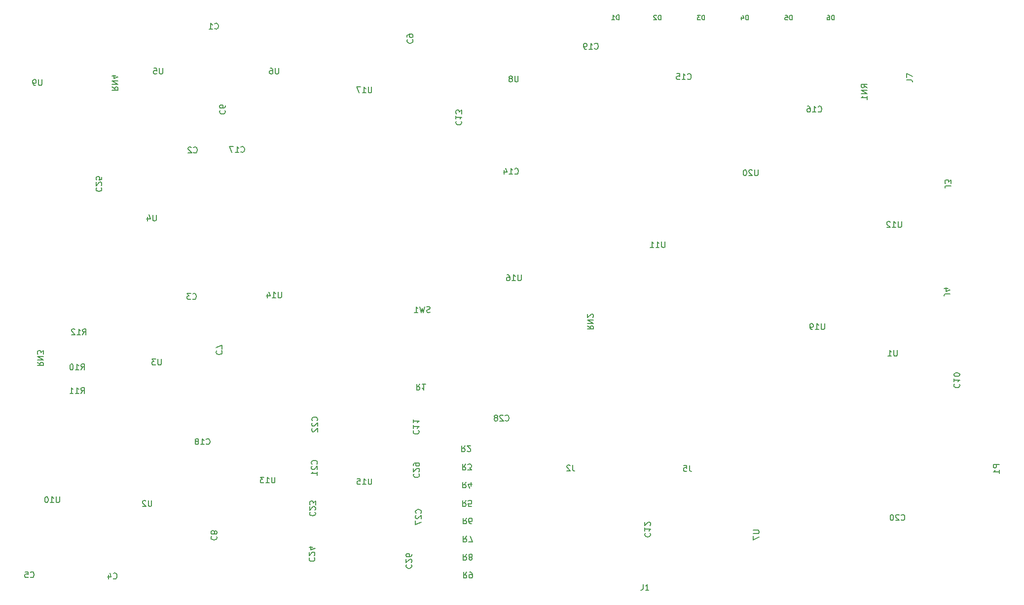
<source format=gbr>
%TF.GenerationSoftware,KiCad,Pcbnew,8.0.6*%
%TF.CreationDate,2025-07-20T09:00:01-05:00*%
%TF.ProjectId,MULTIIO,4d554c54-4949-44f2-9e6b-696361645f70,V1.1*%
%TF.SameCoordinates,Original*%
%TF.FileFunction,Legend,Bot*%
%TF.FilePolarity,Positive*%
%FSLAX46Y46*%
G04 Gerber Fmt 4.6, Leading zero omitted, Abs format (unit mm)*
G04 Created by KiCad (PCBNEW 8.0.6) date 2025-07-20 09:00:01*
%MOMM*%
%LPD*%
G01*
G04 APERTURE LIST*
%ADD10C,0.150000*%
%ADD11C,0.200000*%
G04 APERTURE END LIST*
D10*
X182496466Y-65537380D02*
X182544085Y-65585000D01*
X182544085Y-65585000D02*
X182686942Y-65632619D01*
X182686942Y-65632619D02*
X182782180Y-65632619D01*
X182782180Y-65632619D02*
X182925037Y-65585000D01*
X182925037Y-65585000D02*
X183020275Y-65489761D01*
X183020275Y-65489761D02*
X183067894Y-65394523D01*
X183067894Y-65394523D02*
X183115513Y-65204047D01*
X183115513Y-65204047D02*
X183115513Y-65061190D01*
X183115513Y-65061190D02*
X183067894Y-64870714D01*
X183067894Y-64870714D02*
X183020275Y-64775476D01*
X183020275Y-64775476D02*
X182925037Y-64680238D01*
X182925037Y-64680238D02*
X182782180Y-64632619D01*
X182782180Y-64632619D02*
X182686942Y-64632619D01*
X182686942Y-64632619D02*
X182544085Y-64680238D01*
X182544085Y-64680238D02*
X182496466Y-64727857D01*
X182115513Y-64727857D02*
X182067894Y-64680238D01*
X182067894Y-64680238D02*
X181972656Y-64632619D01*
X181972656Y-64632619D02*
X181734561Y-64632619D01*
X181734561Y-64632619D02*
X181639323Y-64680238D01*
X181639323Y-64680238D02*
X181591704Y-64727857D01*
X181591704Y-64727857D02*
X181544085Y-64823095D01*
X181544085Y-64823095D02*
X181544085Y-64918333D01*
X181544085Y-64918333D02*
X181591704Y-65061190D01*
X181591704Y-65061190D02*
X182163132Y-65632619D01*
X182163132Y-65632619D02*
X181544085Y-65632619D01*
X236007857Y-111562180D02*
X236055476Y-111609800D01*
X236055476Y-111609800D02*
X236198333Y-111657419D01*
X236198333Y-111657419D02*
X236293571Y-111657419D01*
X236293571Y-111657419D02*
X236436428Y-111609800D01*
X236436428Y-111609800D02*
X236531666Y-111514561D01*
X236531666Y-111514561D02*
X236579285Y-111419323D01*
X236579285Y-111419323D02*
X236626904Y-111228847D01*
X236626904Y-111228847D02*
X236626904Y-111085990D01*
X236626904Y-111085990D02*
X236579285Y-110895514D01*
X236579285Y-110895514D02*
X236531666Y-110800276D01*
X236531666Y-110800276D02*
X236436428Y-110705038D01*
X236436428Y-110705038D02*
X236293571Y-110657419D01*
X236293571Y-110657419D02*
X236198333Y-110657419D01*
X236198333Y-110657419D02*
X236055476Y-110705038D01*
X236055476Y-110705038D02*
X236007857Y-110752657D01*
X235626904Y-110752657D02*
X235579285Y-110705038D01*
X235579285Y-110705038D02*
X235484047Y-110657419D01*
X235484047Y-110657419D02*
X235245952Y-110657419D01*
X235245952Y-110657419D02*
X235150714Y-110705038D01*
X235150714Y-110705038D02*
X235103095Y-110752657D01*
X235103095Y-110752657D02*
X235055476Y-110847895D01*
X235055476Y-110847895D02*
X235055476Y-110943133D01*
X235055476Y-110943133D02*
X235103095Y-111085990D01*
X235103095Y-111085990D02*
X235674523Y-111657419D01*
X235674523Y-111657419D02*
X235055476Y-111657419D01*
X234484047Y-111085990D02*
X234579285Y-111038371D01*
X234579285Y-111038371D02*
X234626904Y-110990752D01*
X234626904Y-110990752D02*
X234674523Y-110895514D01*
X234674523Y-110895514D02*
X234674523Y-110847895D01*
X234674523Y-110847895D02*
X234626904Y-110752657D01*
X234626904Y-110752657D02*
X234579285Y-110705038D01*
X234579285Y-110705038D02*
X234484047Y-110657419D01*
X234484047Y-110657419D02*
X234293571Y-110657419D01*
X234293571Y-110657419D02*
X234198333Y-110705038D01*
X234198333Y-110705038D02*
X234150714Y-110752657D01*
X234150714Y-110752657D02*
X234103095Y-110847895D01*
X234103095Y-110847895D02*
X234103095Y-110895514D01*
X234103095Y-110895514D02*
X234150714Y-110990752D01*
X234150714Y-110990752D02*
X234198333Y-111038371D01*
X234198333Y-111038371D02*
X234293571Y-111085990D01*
X234293571Y-111085990D02*
X234484047Y-111085990D01*
X234484047Y-111085990D02*
X234579285Y-111133609D01*
X234579285Y-111133609D02*
X234626904Y-111181228D01*
X234626904Y-111181228D02*
X234674523Y-111276466D01*
X234674523Y-111276466D02*
X234674523Y-111466942D01*
X234674523Y-111466942D02*
X234626904Y-111562180D01*
X234626904Y-111562180D02*
X234579285Y-111609800D01*
X234579285Y-111609800D02*
X234484047Y-111657419D01*
X234484047Y-111657419D02*
X234293571Y-111657419D01*
X234293571Y-111657419D02*
X234198333Y-111609800D01*
X234198333Y-111609800D02*
X234150714Y-111562180D01*
X234150714Y-111562180D02*
X234103095Y-111466942D01*
X234103095Y-111466942D02*
X234103095Y-111276466D01*
X234103095Y-111276466D02*
X234150714Y-111181228D01*
X234150714Y-111181228D02*
X234198333Y-111133609D01*
X234198333Y-111133609D02*
X234293571Y-111085990D01*
X267592133Y-119292019D02*
X267592133Y-120006304D01*
X267592133Y-120006304D02*
X267639752Y-120149161D01*
X267639752Y-120149161D02*
X267734990Y-120244400D01*
X267734990Y-120244400D02*
X267877847Y-120292019D01*
X267877847Y-120292019D02*
X267973085Y-120292019D01*
X266639752Y-119292019D02*
X267115942Y-119292019D01*
X267115942Y-119292019D02*
X267163561Y-119768209D01*
X267163561Y-119768209D02*
X267115942Y-119720590D01*
X267115942Y-119720590D02*
X267020704Y-119672971D01*
X267020704Y-119672971D02*
X266782609Y-119672971D01*
X266782609Y-119672971D02*
X266687371Y-119720590D01*
X266687371Y-119720590D02*
X266639752Y-119768209D01*
X266639752Y-119768209D02*
X266592133Y-119863447D01*
X266592133Y-119863447D02*
X266592133Y-120101542D01*
X266592133Y-120101542D02*
X266639752Y-120196780D01*
X266639752Y-120196780D02*
X266687371Y-120244400D01*
X266687371Y-120244400D02*
X266782609Y-120292019D01*
X266782609Y-120292019D02*
X267020704Y-120292019D01*
X267020704Y-120292019D02*
X267115942Y-120244400D01*
X267115942Y-120244400D02*
X267163561Y-120196780D01*
X250117180Y-95308276D02*
X250593371Y-95641609D01*
X250117180Y-95879704D02*
X251117180Y-95879704D01*
X251117180Y-95879704D02*
X251117180Y-95498752D01*
X251117180Y-95498752D02*
X251069561Y-95403514D01*
X251069561Y-95403514D02*
X251021942Y-95355895D01*
X251021942Y-95355895D02*
X250926704Y-95308276D01*
X250926704Y-95308276D02*
X250783847Y-95308276D01*
X250783847Y-95308276D02*
X250688609Y-95355895D01*
X250688609Y-95355895D02*
X250640990Y-95403514D01*
X250640990Y-95403514D02*
X250593371Y-95498752D01*
X250593371Y-95498752D02*
X250593371Y-95879704D01*
X250117180Y-94879704D02*
X251117180Y-94879704D01*
X251117180Y-94879704D02*
X250117180Y-94308276D01*
X250117180Y-94308276D02*
X251117180Y-94308276D01*
X251021942Y-93879704D02*
X251069561Y-93832085D01*
X251069561Y-93832085D02*
X251117180Y-93736847D01*
X251117180Y-93736847D02*
X251117180Y-93498752D01*
X251117180Y-93498752D02*
X251069561Y-93403514D01*
X251069561Y-93403514D02*
X251021942Y-93355895D01*
X251021942Y-93355895D02*
X250926704Y-93308276D01*
X250926704Y-93308276D02*
X250831466Y-93308276D01*
X250831466Y-93308276D02*
X250688609Y-93355895D01*
X250688609Y-93355895D02*
X250117180Y-93927323D01*
X250117180Y-93927323D02*
X250117180Y-93308276D01*
X229381733Y-134519380D02*
X229048400Y-134995571D01*
X228810305Y-134519380D02*
X228810305Y-135519380D01*
X228810305Y-135519380D02*
X229191257Y-135519380D01*
X229191257Y-135519380D02*
X229286495Y-135471761D01*
X229286495Y-135471761D02*
X229334114Y-135424142D01*
X229334114Y-135424142D02*
X229381733Y-135328904D01*
X229381733Y-135328904D02*
X229381733Y-135186047D01*
X229381733Y-135186047D02*
X229334114Y-135090809D01*
X229334114Y-135090809D02*
X229286495Y-135043190D01*
X229286495Y-135043190D02*
X229191257Y-134995571D01*
X229191257Y-134995571D02*
X228810305Y-134995571D01*
X229953162Y-135090809D02*
X229857924Y-135138428D01*
X229857924Y-135138428D02*
X229810305Y-135186047D01*
X229810305Y-135186047D02*
X229762686Y-135281285D01*
X229762686Y-135281285D02*
X229762686Y-135328904D01*
X229762686Y-135328904D02*
X229810305Y-135424142D01*
X229810305Y-135424142D02*
X229857924Y-135471761D01*
X229857924Y-135471761D02*
X229953162Y-135519380D01*
X229953162Y-135519380D02*
X230143638Y-135519380D01*
X230143638Y-135519380D02*
X230238876Y-135471761D01*
X230238876Y-135471761D02*
X230286495Y-135424142D01*
X230286495Y-135424142D02*
X230334114Y-135328904D01*
X230334114Y-135328904D02*
X230334114Y-135281285D01*
X230334114Y-135281285D02*
X230286495Y-135186047D01*
X230286495Y-135186047D02*
X230238876Y-135138428D01*
X230238876Y-135138428D02*
X230143638Y-135090809D01*
X230143638Y-135090809D02*
X229953162Y-135090809D01*
X229953162Y-135090809D02*
X229857924Y-135043190D01*
X229857924Y-135043190D02*
X229810305Y-134995571D01*
X229810305Y-134995571D02*
X229762686Y-134900333D01*
X229762686Y-134900333D02*
X229762686Y-134709857D01*
X229762686Y-134709857D02*
X229810305Y-134614619D01*
X229810305Y-134614619D02*
X229857924Y-134567000D01*
X229857924Y-134567000D02*
X229953162Y-134519380D01*
X229953162Y-134519380D02*
X230143638Y-134519380D01*
X230143638Y-134519380D02*
X230238876Y-134567000D01*
X230238876Y-134567000D02*
X230286495Y-134614619D01*
X230286495Y-134614619D02*
X230334114Y-134709857D01*
X230334114Y-134709857D02*
X230334114Y-134900333D01*
X230334114Y-134900333D02*
X230286495Y-134995571D01*
X230286495Y-134995571D02*
X230238876Y-135043190D01*
X230238876Y-135043190D02*
X230143638Y-135090809D01*
D11*
X292441875Y-42803095D02*
X292441875Y-42003095D01*
X292441875Y-42003095D02*
X292251399Y-42003095D01*
X292251399Y-42003095D02*
X292137113Y-42041190D01*
X292137113Y-42041190D02*
X292060923Y-42117380D01*
X292060923Y-42117380D02*
X292022828Y-42193571D01*
X292022828Y-42193571D02*
X291984732Y-42345952D01*
X291984732Y-42345952D02*
X291984732Y-42460238D01*
X291984732Y-42460238D02*
X292022828Y-42612619D01*
X292022828Y-42612619D02*
X292060923Y-42688809D01*
X292060923Y-42688809D02*
X292137113Y-42765000D01*
X292137113Y-42765000D02*
X292251399Y-42803095D01*
X292251399Y-42803095D02*
X292441875Y-42803095D01*
X291299018Y-42003095D02*
X291451399Y-42003095D01*
X291451399Y-42003095D02*
X291527590Y-42041190D01*
X291527590Y-42041190D02*
X291565685Y-42079285D01*
X291565685Y-42079285D02*
X291641875Y-42193571D01*
X291641875Y-42193571D02*
X291679971Y-42345952D01*
X291679971Y-42345952D02*
X291679971Y-42650714D01*
X291679971Y-42650714D02*
X291641875Y-42726904D01*
X291641875Y-42726904D02*
X291603780Y-42765000D01*
X291603780Y-42765000D02*
X291527590Y-42803095D01*
X291527590Y-42803095D02*
X291375209Y-42803095D01*
X291375209Y-42803095D02*
X291299018Y-42765000D01*
X291299018Y-42765000D02*
X291260923Y-42726904D01*
X291260923Y-42726904D02*
X291222828Y-42650714D01*
X291222828Y-42650714D02*
X291222828Y-42460238D01*
X291222828Y-42460238D02*
X291260923Y-42384047D01*
X291260923Y-42384047D02*
X291299018Y-42345952D01*
X291299018Y-42345952D02*
X291375209Y-42307857D01*
X291375209Y-42307857D02*
X291527590Y-42307857D01*
X291527590Y-42307857D02*
X291603780Y-42345952D01*
X291603780Y-42345952D02*
X291641875Y-42384047D01*
X291641875Y-42384047D02*
X291679971Y-42460238D01*
D10*
X251328682Y-47707180D02*
X251376301Y-47754800D01*
X251376301Y-47754800D02*
X251519158Y-47802419D01*
X251519158Y-47802419D02*
X251614396Y-47802419D01*
X251614396Y-47802419D02*
X251757253Y-47754800D01*
X251757253Y-47754800D02*
X251852491Y-47659561D01*
X251852491Y-47659561D02*
X251900110Y-47564323D01*
X251900110Y-47564323D02*
X251947729Y-47373847D01*
X251947729Y-47373847D02*
X251947729Y-47230990D01*
X251947729Y-47230990D02*
X251900110Y-47040514D01*
X251900110Y-47040514D02*
X251852491Y-46945276D01*
X251852491Y-46945276D02*
X251757253Y-46850038D01*
X251757253Y-46850038D02*
X251614396Y-46802419D01*
X251614396Y-46802419D02*
X251519158Y-46802419D01*
X251519158Y-46802419D02*
X251376301Y-46850038D01*
X251376301Y-46850038D02*
X251328682Y-46897657D01*
X250376301Y-47802419D02*
X250947729Y-47802419D01*
X250662015Y-47802419D02*
X250662015Y-46802419D01*
X250662015Y-46802419D02*
X250757253Y-46945276D01*
X250757253Y-46945276D02*
X250852491Y-47040514D01*
X250852491Y-47040514D02*
X250947729Y-47088133D01*
X249900110Y-47802419D02*
X249709634Y-47802419D01*
X249709634Y-47802419D02*
X249614396Y-47754800D01*
X249614396Y-47754800D02*
X249566777Y-47707180D01*
X249566777Y-47707180D02*
X249471539Y-47564323D01*
X249471539Y-47564323D02*
X249423920Y-47373847D01*
X249423920Y-47373847D02*
X249423920Y-46992895D01*
X249423920Y-46992895D02*
X249471539Y-46897657D01*
X249471539Y-46897657D02*
X249519158Y-46850038D01*
X249519158Y-46850038D02*
X249614396Y-46802419D01*
X249614396Y-46802419D02*
X249804872Y-46802419D01*
X249804872Y-46802419D02*
X249900110Y-46850038D01*
X249900110Y-46850038D02*
X249947729Y-46897657D01*
X249947729Y-46897657D02*
X249995348Y-46992895D01*
X249995348Y-46992895D02*
X249995348Y-47230990D01*
X249995348Y-47230990D02*
X249947729Y-47326228D01*
X249947729Y-47326228D02*
X249900110Y-47373847D01*
X249900110Y-47373847D02*
X249804872Y-47421466D01*
X249804872Y-47421466D02*
X249614396Y-47421466D01*
X249614396Y-47421466D02*
X249519158Y-47373847D01*
X249519158Y-47373847D02*
X249471539Y-47326228D01*
X249471539Y-47326228D02*
X249423920Y-47230990D01*
D11*
X270202875Y-42803095D02*
X270202875Y-42003095D01*
X270202875Y-42003095D02*
X270012399Y-42003095D01*
X270012399Y-42003095D02*
X269898113Y-42041190D01*
X269898113Y-42041190D02*
X269821923Y-42117380D01*
X269821923Y-42117380D02*
X269783828Y-42193571D01*
X269783828Y-42193571D02*
X269745732Y-42345952D01*
X269745732Y-42345952D02*
X269745732Y-42460238D01*
X269745732Y-42460238D02*
X269783828Y-42612619D01*
X269783828Y-42612619D02*
X269821923Y-42688809D01*
X269821923Y-42688809D02*
X269898113Y-42765000D01*
X269898113Y-42765000D02*
X270012399Y-42803095D01*
X270012399Y-42803095D02*
X270202875Y-42803095D01*
X269479066Y-42003095D02*
X268983828Y-42003095D01*
X268983828Y-42003095D02*
X269250494Y-42307857D01*
X269250494Y-42307857D02*
X269136209Y-42307857D01*
X269136209Y-42307857D02*
X269060018Y-42345952D01*
X269060018Y-42345952D02*
X269021923Y-42384047D01*
X269021923Y-42384047D02*
X268983828Y-42460238D01*
X268983828Y-42460238D02*
X268983828Y-42650714D01*
X268983828Y-42650714D02*
X269021923Y-42726904D01*
X269021923Y-42726904D02*
X269060018Y-42765000D01*
X269060018Y-42765000D02*
X269136209Y-42803095D01*
X269136209Y-42803095D02*
X269364780Y-42803095D01*
X269364780Y-42803095D02*
X269440971Y-42765000D01*
X269440971Y-42765000D02*
X269479066Y-42726904D01*
D10*
X219248819Y-46166066D02*
X219201200Y-46213685D01*
X219201200Y-46213685D02*
X219153580Y-46356542D01*
X219153580Y-46356542D02*
X219153580Y-46451780D01*
X219153580Y-46451780D02*
X219201200Y-46594637D01*
X219201200Y-46594637D02*
X219296438Y-46689875D01*
X219296438Y-46689875D02*
X219391676Y-46737494D01*
X219391676Y-46737494D02*
X219582152Y-46785113D01*
X219582152Y-46785113D02*
X219725009Y-46785113D01*
X219725009Y-46785113D02*
X219915485Y-46737494D01*
X219915485Y-46737494D02*
X220010723Y-46689875D01*
X220010723Y-46689875D02*
X220105961Y-46594637D01*
X220105961Y-46594637D02*
X220153580Y-46451780D01*
X220153580Y-46451780D02*
X220153580Y-46356542D01*
X220153580Y-46356542D02*
X220105961Y-46213685D01*
X220105961Y-46213685D02*
X220058342Y-46166066D01*
X219153580Y-45689875D02*
X219153580Y-45499399D01*
X219153580Y-45499399D02*
X219201200Y-45404161D01*
X219201200Y-45404161D02*
X219248819Y-45356542D01*
X219248819Y-45356542D02*
X219391676Y-45261304D01*
X219391676Y-45261304D02*
X219582152Y-45213685D01*
X219582152Y-45213685D02*
X219963104Y-45213685D01*
X219963104Y-45213685D02*
X220058342Y-45261304D01*
X220058342Y-45261304D02*
X220105961Y-45308923D01*
X220105961Y-45308923D02*
X220153580Y-45404161D01*
X220153580Y-45404161D02*
X220153580Y-45594637D01*
X220153580Y-45594637D02*
X220105961Y-45689875D01*
X220105961Y-45689875D02*
X220058342Y-45737494D01*
X220058342Y-45737494D02*
X219963104Y-45785113D01*
X219963104Y-45785113D02*
X219725009Y-45785113D01*
X219725009Y-45785113D02*
X219629771Y-45737494D01*
X219629771Y-45737494D02*
X219582152Y-45689875D01*
X219582152Y-45689875D02*
X219534533Y-45594637D01*
X219534533Y-45594637D02*
X219534533Y-45404161D01*
X219534533Y-45404161D02*
X219582152Y-45308923D01*
X219582152Y-45308923D02*
X219629771Y-45261304D01*
X219629771Y-45261304D02*
X219725009Y-45213685D01*
X187040219Y-58341266D02*
X186992600Y-58388885D01*
X186992600Y-58388885D02*
X186944980Y-58531742D01*
X186944980Y-58531742D02*
X186944980Y-58626980D01*
X186944980Y-58626980D02*
X186992600Y-58769837D01*
X186992600Y-58769837D02*
X187087838Y-58865075D01*
X187087838Y-58865075D02*
X187183076Y-58912694D01*
X187183076Y-58912694D02*
X187373552Y-58960313D01*
X187373552Y-58960313D02*
X187516409Y-58960313D01*
X187516409Y-58960313D02*
X187706885Y-58912694D01*
X187706885Y-58912694D02*
X187802123Y-58865075D01*
X187802123Y-58865075D02*
X187897361Y-58769837D01*
X187897361Y-58769837D02*
X187944980Y-58626980D01*
X187944980Y-58626980D02*
X187944980Y-58531742D01*
X187944980Y-58531742D02*
X187897361Y-58388885D01*
X187897361Y-58388885D02*
X187849742Y-58341266D01*
X187944980Y-57484123D02*
X187944980Y-57674599D01*
X187944980Y-57674599D02*
X187897361Y-57769837D01*
X187897361Y-57769837D02*
X187849742Y-57817456D01*
X187849742Y-57817456D02*
X187706885Y-57912694D01*
X187706885Y-57912694D02*
X187516409Y-57960313D01*
X187516409Y-57960313D02*
X187135457Y-57960313D01*
X187135457Y-57960313D02*
X187040219Y-57912694D01*
X187040219Y-57912694D02*
X186992600Y-57865075D01*
X186992600Y-57865075D02*
X186944980Y-57769837D01*
X186944980Y-57769837D02*
X186944980Y-57579361D01*
X186944980Y-57579361D02*
X186992600Y-57484123D01*
X186992600Y-57484123D02*
X187040219Y-57436504D01*
X187040219Y-57436504D02*
X187135457Y-57388885D01*
X187135457Y-57388885D02*
X187373552Y-57388885D01*
X187373552Y-57388885D02*
X187468790Y-57436504D01*
X187468790Y-57436504D02*
X187516409Y-57484123D01*
X187516409Y-57484123D02*
X187564028Y-57579361D01*
X187564028Y-57579361D02*
X187564028Y-57769837D01*
X187564028Y-57769837D02*
X187516409Y-57865075D01*
X187516409Y-57865075D02*
X187468790Y-57912694D01*
X187468790Y-57912694D02*
X187373552Y-57960313D01*
X163168857Y-106933019D02*
X163502190Y-106456828D01*
X163740285Y-106933019D02*
X163740285Y-105933019D01*
X163740285Y-105933019D02*
X163359333Y-105933019D01*
X163359333Y-105933019D02*
X163264095Y-105980638D01*
X163264095Y-105980638D02*
X163216476Y-106028257D01*
X163216476Y-106028257D02*
X163168857Y-106123495D01*
X163168857Y-106123495D02*
X163168857Y-106266352D01*
X163168857Y-106266352D02*
X163216476Y-106361590D01*
X163216476Y-106361590D02*
X163264095Y-106409209D01*
X163264095Y-106409209D02*
X163359333Y-106456828D01*
X163359333Y-106456828D02*
X163740285Y-106456828D01*
X162216476Y-106933019D02*
X162787904Y-106933019D01*
X162502190Y-106933019D02*
X162502190Y-105933019D01*
X162502190Y-105933019D02*
X162597428Y-106075876D01*
X162597428Y-106075876D02*
X162692666Y-106171114D01*
X162692666Y-106171114D02*
X162787904Y-106218733D01*
X161264095Y-106933019D02*
X161835523Y-106933019D01*
X161549809Y-106933019D02*
X161549809Y-105933019D01*
X161549809Y-105933019D02*
X161645047Y-106075876D01*
X161645047Y-106075876D02*
X161740285Y-106171114D01*
X161740285Y-106171114D02*
X161835523Y-106218733D01*
X165832619Y-71610457D02*
X165785000Y-71658076D01*
X165785000Y-71658076D02*
X165737380Y-71800933D01*
X165737380Y-71800933D02*
X165737380Y-71896171D01*
X165737380Y-71896171D02*
X165785000Y-72039028D01*
X165785000Y-72039028D02*
X165880238Y-72134266D01*
X165880238Y-72134266D02*
X165975476Y-72181885D01*
X165975476Y-72181885D02*
X166165952Y-72229504D01*
X166165952Y-72229504D02*
X166308809Y-72229504D01*
X166308809Y-72229504D02*
X166499285Y-72181885D01*
X166499285Y-72181885D02*
X166594523Y-72134266D01*
X166594523Y-72134266D02*
X166689761Y-72039028D01*
X166689761Y-72039028D02*
X166737380Y-71896171D01*
X166737380Y-71896171D02*
X166737380Y-71800933D01*
X166737380Y-71800933D02*
X166689761Y-71658076D01*
X166689761Y-71658076D02*
X166642142Y-71610457D01*
X166642142Y-71229504D02*
X166689761Y-71181885D01*
X166689761Y-71181885D02*
X166737380Y-71086647D01*
X166737380Y-71086647D02*
X166737380Y-70848552D01*
X166737380Y-70848552D02*
X166689761Y-70753314D01*
X166689761Y-70753314D02*
X166642142Y-70705695D01*
X166642142Y-70705695D02*
X166546904Y-70658076D01*
X166546904Y-70658076D02*
X166451666Y-70658076D01*
X166451666Y-70658076D02*
X166308809Y-70705695D01*
X166308809Y-70705695D02*
X165737380Y-71277123D01*
X165737380Y-71277123D02*
X165737380Y-70658076D01*
X166737380Y-69753314D02*
X166737380Y-70229504D01*
X166737380Y-70229504D02*
X166261190Y-70277123D01*
X166261190Y-70277123D02*
X166308809Y-70229504D01*
X166308809Y-70229504D02*
X166356428Y-70134266D01*
X166356428Y-70134266D02*
X166356428Y-69896171D01*
X166356428Y-69896171D02*
X166308809Y-69800933D01*
X166308809Y-69800933D02*
X166261190Y-69753314D01*
X166261190Y-69753314D02*
X166165952Y-69705695D01*
X166165952Y-69705695D02*
X165927857Y-69705695D01*
X165927857Y-69705695D02*
X165832619Y-69753314D01*
X165832619Y-69753314D02*
X165785000Y-69800933D01*
X165785000Y-69800933D02*
X165737380Y-69896171D01*
X165737380Y-69896171D02*
X165737380Y-70134266D01*
X165737380Y-70134266D02*
X165785000Y-70229504D01*
X165785000Y-70229504D02*
X165832619Y-70277123D01*
X304860719Y-53081433D02*
X305575004Y-53081433D01*
X305575004Y-53081433D02*
X305717861Y-53129052D01*
X305717861Y-53129052D02*
X305813100Y-53224290D01*
X305813100Y-53224290D02*
X305860719Y-53367147D01*
X305860719Y-53367147D02*
X305860719Y-53462385D01*
X304860719Y-52700480D02*
X304860719Y-52033814D01*
X304860719Y-52033814D02*
X305860719Y-52462385D01*
X267292057Y-52937580D02*
X267339676Y-52985200D01*
X267339676Y-52985200D02*
X267482533Y-53032819D01*
X267482533Y-53032819D02*
X267577771Y-53032819D01*
X267577771Y-53032819D02*
X267720628Y-52985200D01*
X267720628Y-52985200D02*
X267815866Y-52889961D01*
X267815866Y-52889961D02*
X267863485Y-52794723D01*
X267863485Y-52794723D02*
X267911104Y-52604247D01*
X267911104Y-52604247D02*
X267911104Y-52461390D01*
X267911104Y-52461390D02*
X267863485Y-52270914D01*
X267863485Y-52270914D02*
X267815866Y-52175676D01*
X267815866Y-52175676D02*
X267720628Y-52080438D01*
X267720628Y-52080438D02*
X267577771Y-52032819D01*
X267577771Y-52032819D02*
X267482533Y-52032819D01*
X267482533Y-52032819D02*
X267339676Y-52080438D01*
X267339676Y-52080438D02*
X267292057Y-52128057D01*
X266339676Y-53032819D02*
X266911104Y-53032819D01*
X266625390Y-53032819D02*
X266625390Y-52032819D01*
X266625390Y-52032819D02*
X266720628Y-52175676D01*
X266720628Y-52175676D02*
X266815866Y-52270914D01*
X266815866Y-52270914D02*
X266911104Y-52318533D01*
X265434914Y-52032819D02*
X265911104Y-52032819D01*
X265911104Y-52032819D02*
X265958723Y-52509009D01*
X265958723Y-52509009D02*
X265911104Y-52461390D01*
X265911104Y-52461390D02*
X265815866Y-52413771D01*
X265815866Y-52413771D02*
X265577771Y-52413771D01*
X265577771Y-52413771D02*
X265482533Y-52461390D01*
X265482533Y-52461390D02*
X265434914Y-52509009D01*
X265434914Y-52509009D02*
X265387295Y-52604247D01*
X265387295Y-52604247D02*
X265387295Y-52842342D01*
X265387295Y-52842342D02*
X265434914Y-52937580D01*
X265434914Y-52937580D02*
X265482533Y-52985200D01*
X265482533Y-52985200D02*
X265577771Y-53032819D01*
X265577771Y-53032819D02*
X265815866Y-53032819D01*
X265815866Y-53032819D02*
X265911104Y-52985200D01*
X265911104Y-52985200D02*
X265958723Y-52937580D01*
X237624857Y-69193580D02*
X237672476Y-69241200D01*
X237672476Y-69241200D02*
X237815333Y-69288819D01*
X237815333Y-69288819D02*
X237910571Y-69288819D01*
X237910571Y-69288819D02*
X238053428Y-69241200D01*
X238053428Y-69241200D02*
X238148666Y-69145961D01*
X238148666Y-69145961D02*
X238196285Y-69050723D01*
X238196285Y-69050723D02*
X238243904Y-68860247D01*
X238243904Y-68860247D02*
X238243904Y-68717390D01*
X238243904Y-68717390D02*
X238196285Y-68526914D01*
X238196285Y-68526914D02*
X238148666Y-68431676D01*
X238148666Y-68431676D02*
X238053428Y-68336438D01*
X238053428Y-68336438D02*
X237910571Y-68288819D01*
X237910571Y-68288819D02*
X237815333Y-68288819D01*
X237815333Y-68288819D02*
X237672476Y-68336438D01*
X237672476Y-68336438D02*
X237624857Y-68384057D01*
X236672476Y-69288819D02*
X237243904Y-69288819D01*
X236958190Y-69288819D02*
X236958190Y-68288819D01*
X236958190Y-68288819D02*
X237053428Y-68431676D01*
X237053428Y-68431676D02*
X237148666Y-68526914D01*
X237148666Y-68526914D02*
X237243904Y-68574533D01*
X235815333Y-68622152D02*
X235815333Y-69288819D01*
X236053428Y-68241200D02*
X236291523Y-68955485D01*
X236291523Y-68955485D02*
X235672476Y-68955485D01*
X219044219Y-136338257D02*
X218996600Y-136385876D01*
X218996600Y-136385876D02*
X218948980Y-136528733D01*
X218948980Y-136528733D02*
X218948980Y-136623971D01*
X218948980Y-136623971D02*
X218996600Y-136766828D01*
X218996600Y-136766828D02*
X219091838Y-136862066D01*
X219091838Y-136862066D02*
X219187076Y-136909685D01*
X219187076Y-136909685D02*
X219377552Y-136957304D01*
X219377552Y-136957304D02*
X219520409Y-136957304D01*
X219520409Y-136957304D02*
X219710885Y-136909685D01*
X219710885Y-136909685D02*
X219806123Y-136862066D01*
X219806123Y-136862066D02*
X219901361Y-136766828D01*
X219901361Y-136766828D02*
X219948980Y-136623971D01*
X219948980Y-136623971D02*
X219948980Y-136528733D01*
X219948980Y-136528733D02*
X219901361Y-136385876D01*
X219901361Y-136385876D02*
X219853742Y-136338257D01*
X219853742Y-135957304D02*
X219901361Y-135909685D01*
X219901361Y-135909685D02*
X219948980Y-135814447D01*
X219948980Y-135814447D02*
X219948980Y-135576352D01*
X219948980Y-135576352D02*
X219901361Y-135481114D01*
X219901361Y-135481114D02*
X219853742Y-135433495D01*
X219853742Y-135433495D02*
X219758504Y-135385876D01*
X219758504Y-135385876D02*
X219663266Y-135385876D01*
X219663266Y-135385876D02*
X219520409Y-135433495D01*
X219520409Y-135433495D02*
X218948980Y-136004923D01*
X218948980Y-136004923D02*
X218948980Y-135385876D01*
X219948980Y-134528733D02*
X219948980Y-134719209D01*
X219948980Y-134719209D02*
X219901361Y-134814447D01*
X219901361Y-134814447D02*
X219853742Y-134862066D01*
X219853742Y-134862066D02*
X219710885Y-134957304D01*
X219710885Y-134957304D02*
X219520409Y-135004923D01*
X219520409Y-135004923D02*
X219139457Y-135004923D01*
X219139457Y-135004923D02*
X219044219Y-134957304D01*
X219044219Y-134957304D02*
X218996600Y-134909685D01*
X218996600Y-134909685D02*
X218948980Y-134814447D01*
X218948980Y-134814447D02*
X218948980Y-134623971D01*
X218948980Y-134623971D02*
X218996600Y-134528733D01*
X218996600Y-134528733D02*
X219044219Y-134481114D01*
X219044219Y-134481114D02*
X219139457Y-134433495D01*
X219139457Y-134433495D02*
X219377552Y-134433495D01*
X219377552Y-134433495D02*
X219472790Y-134481114D01*
X219472790Y-134481114D02*
X219520409Y-134528733D01*
X219520409Y-134528733D02*
X219568028Y-134623971D01*
X219568028Y-134623971D02*
X219568028Y-134814447D01*
X219568028Y-134814447D02*
X219520409Y-134909685D01*
X219520409Y-134909685D02*
X219472790Y-134957304D01*
X219472790Y-134957304D02*
X219377552Y-135004923D01*
X197580094Y-89523219D02*
X197580094Y-90332742D01*
X197580094Y-90332742D02*
X197532475Y-90427980D01*
X197532475Y-90427980D02*
X197484856Y-90475600D01*
X197484856Y-90475600D02*
X197389618Y-90523219D01*
X197389618Y-90523219D02*
X197199142Y-90523219D01*
X197199142Y-90523219D02*
X197103904Y-90475600D01*
X197103904Y-90475600D02*
X197056285Y-90427980D01*
X197056285Y-90427980D02*
X197008666Y-90332742D01*
X197008666Y-90332742D02*
X197008666Y-89523219D01*
X196008666Y-90523219D02*
X196580094Y-90523219D01*
X196294380Y-90523219D02*
X196294380Y-89523219D01*
X196294380Y-89523219D02*
X196389618Y-89666076D01*
X196389618Y-89666076D02*
X196484856Y-89761314D01*
X196484856Y-89761314D02*
X196580094Y-89808933D01*
X195151523Y-89856552D02*
X195151523Y-90523219D01*
X195389618Y-89475600D02*
X195627713Y-90189885D01*
X195627713Y-90189885D02*
X195008666Y-90189885D01*
X289694857Y-58525580D02*
X289742476Y-58573200D01*
X289742476Y-58573200D02*
X289885333Y-58620819D01*
X289885333Y-58620819D02*
X289980571Y-58620819D01*
X289980571Y-58620819D02*
X290123428Y-58573200D01*
X290123428Y-58573200D02*
X290218666Y-58477961D01*
X290218666Y-58477961D02*
X290266285Y-58382723D01*
X290266285Y-58382723D02*
X290313904Y-58192247D01*
X290313904Y-58192247D02*
X290313904Y-58049390D01*
X290313904Y-58049390D02*
X290266285Y-57858914D01*
X290266285Y-57858914D02*
X290218666Y-57763676D01*
X290218666Y-57763676D02*
X290123428Y-57668438D01*
X290123428Y-57668438D02*
X289980571Y-57620819D01*
X289980571Y-57620819D02*
X289885333Y-57620819D01*
X289885333Y-57620819D02*
X289742476Y-57668438D01*
X289742476Y-57668438D02*
X289694857Y-57716057D01*
X288742476Y-58620819D02*
X289313904Y-58620819D01*
X289028190Y-58620819D02*
X289028190Y-57620819D01*
X289028190Y-57620819D02*
X289123428Y-57763676D01*
X289123428Y-57763676D02*
X289218666Y-57858914D01*
X289218666Y-57858914D02*
X289313904Y-57906533D01*
X287885333Y-57620819D02*
X288075809Y-57620819D01*
X288075809Y-57620819D02*
X288171047Y-57668438D01*
X288171047Y-57668438D02*
X288218666Y-57716057D01*
X288218666Y-57716057D02*
X288313904Y-57858914D01*
X288313904Y-57858914D02*
X288361523Y-58049390D01*
X288361523Y-58049390D02*
X288361523Y-58430342D01*
X288361523Y-58430342D02*
X288313904Y-58525580D01*
X288313904Y-58525580D02*
X288266285Y-58573200D01*
X288266285Y-58573200D02*
X288171047Y-58620819D01*
X288171047Y-58620819D02*
X287980571Y-58620819D01*
X287980571Y-58620819D02*
X287885333Y-58573200D01*
X287885333Y-58573200D02*
X287837714Y-58525580D01*
X287837714Y-58525580D02*
X287790095Y-58430342D01*
X287790095Y-58430342D02*
X287790095Y-58192247D01*
X287790095Y-58192247D02*
X287837714Y-58097009D01*
X287837714Y-58097009D02*
X287885333Y-58049390D01*
X287885333Y-58049390D02*
X287980571Y-58001771D01*
X287980571Y-58001771D02*
X288171047Y-58001771D01*
X288171047Y-58001771D02*
X288266285Y-58049390D01*
X288266285Y-58049390D02*
X288313904Y-58097009D01*
X288313904Y-58097009D02*
X288361523Y-58192247D01*
X221355333Y-105309380D02*
X221022000Y-105785571D01*
X220783905Y-105309380D02*
X220783905Y-106309380D01*
X220783905Y-106309380D02*
X221164857Y-106309380D01*
X221164857Y-106309380D02*
X221260095Y-106261761D01*
X221260095Y-106261761D02*
X221307714Y-106214142D01*
X221307714Y-106214142D02*
X221355333Y-106118904D01*
X221355333Y-106118904D02*
X221355333Y-105976047D01*
X221355333Y-105976047D02*
X221307714Y-105880809D01*
X221307714Y-105880809D02*
X221260095Y-105833190D01*
X221260095Y-105833190D02*
X221164857Y-105785571D01*
X221164857Y-105785571D02*
X220783905Y-105785571D01*
X222307714Y-105309380D02*
X221736286Y-105309380D01*
X222022000Y-105309380D02*
X222022000Y-106309380D01*
X222022000Y-106309380D02*
X221926762Y-106166523D01*
X221926762Y-106166523D02*
X221831524Y-106071285D01*
X221831524Y-106071285D02*
X221736286Y-106023666D01*
D11*
X262702875Y-42803095D02*
X262702875Y-42003095D01*
X262702875Y-42003095D02*
X262512399Y-42003095D01*
X262512399Y-42003095D02*
X262398113Y-42041190D01*
X262398113Y-42041190D02*
X262321923Y-42117380D01*
X262321923Y-42117380D02*
X262283828Y-42193571D01*
X262283828Y-42193571D02*
X262245732Y-42345952D01*
X262245732Y-42345952D02*
X262245732Y-42460238D01*
X262245732Y-42460238D02*
X262283828Y-42612619D01*
X262283828Y-42612619D02*
X262321923Y-42688809D01*
X262321923Y-42688809D02*
X262398113Y-42765000D01*
X262398113Y-42765000D02*
X262512399Y-42803095D01*
X262512399Y-42803095D02*
X262702875Y-42803095D01*
X261940971Y-42079285D02*
X261902875Y-42041190D01*
X261902875Y-42041190D02*
X261826685Y-42003095D01*
X261826685Y-42003095D02*
X261636209Y-42003095D01*
X261636209Y-42003095D02*
X261560018Y-42041190D01*
X261560018Y-42041190D02*
X261521923Y-42079285D01*
X261521923Y-42079285D02*
X261483828Y-42155476D01*
X261483828Y-42155476D02*
X261483828Y-42231666D01*
X261483828Y-42231666D02*
X261521923Y-42345952D01*
X261521923Y-42345952D02*
X261979066Y-42803095D01*
X261979066Y-42803095D02*
X261483828Y-42803095D01*
D10*
X168729666Y-138689380D02*
X168777285Y-138737000D01*
X168777285Y-138737000D02*
X168920142Y-138784619D01*
X168920142Y-138784619D02*
X169015380Y-138784619D01*
X169015380Y-138784619D02*
X169158237Y-138737000D01*
X169158237Y-138737000D02*
X169253475Y-138641761D01*
X169253475Y-138641761D02*
X169301094Y-138546523D01*
X169301094Y-138546523D02*
X169348713Y-138356047D01*
X169348713Y-138356047D02*
X169348713Y-138213190D01*
X169348713Y-138213190D02*
X169301094Y-138022714D01*
X169301094Y-138022714D02*
X169253475Y-137927476D01*
X169253475Y-137927476D02*
X169158237Y-137832238D01*
X169158237Y-137832238D02*
X169015380Y-137784619D01*
X169015380Y-137784619D02*
X168920142Y-137784619D01*
X168920142Y-137784619D02*
X168777285Y-137832238D01*
X168777285Y-137832238D02*
X168729666Y-137879857D01*
X167872523Y-138117952D02*
X167872523Y-138784619D01*
X168110618Y-137737000D02*
X168348713Y-138451285D01*
X168348713Y-138451285D02*
X167729666Y-138451285D01*
X220339619Y-120742657D02*
X220292000Y-120790276D01*
X220292000Y-120790276D02*
X220244380Y-120933133D01*
X220244380Y-120933133D02*
X220244380Y-121028371D01*
X220244380Y-121028371D02*
X220292000Y-121171228D01*
X220292000Y-121171228D02*
X220387238Y-121266466D01*
X220387238Y-121266466D02*
X220482476Y-121314085D01*
X220482476Y-121314085D02*
X220672952Y-121361704D01*
X220672952Y-121361704D02*
X220815809Y-121361704D01*
X220815809Y-121361704D02*
X221006285Y-121314085D01*
X221006285Y-121314085D02*
X221101523Y-121266466D01*
X221101523Y-121266466D02*
X221196761Y-121171228D01*
X221196761Y-121171228D02*
X221244380Y-121028371D01*
X221244380Y-121028371D02*
X221244380Y-120933133D01*
X221244380Y-120933133D02*
X221196761Y-120790276D01*
X221196761Y-120790276D02*
X221149142Y-120742657D01*
X221149142Y-120361704D02*
X221196761Y-120314085D01*
X221196761Y-120314085D02*
X221244380Y-120218847D01*
X221244380Y-120218847D02*
X221244380Y-119980752D01*
X221244380Y-119980752D02*
X221196761Y-119885514D01*
X221196761Y-119885514D02*
X221149142Y-119837895D01*
X221149142Y-119837895D02*
X221053904Y-119790276D01*
X221053904Y-119790276D02*
X220958666Y-119790276D01*
X220958666Y-119790276D02*
X220815809Y-119837895D01*
X220815809Y-119837895D02*
X220244380Y-120409323D01*
X220244380Y-120409323D02*
X220244380Y-119790276D01*
X220244380Y-119314085D02*
X220244380Y-119123609D01*
X220244380Y-119123609D02*
X220292000Y-119028371D01*
X220292000Y-119028371D02*
X220339619Y-118980752D01*
X220339619Y-118980752D02*
X220482476Y-118885514D01*
X220482476Y-118885514D02*
X220672952Y-118837895D01*
X220672952Y-118837895D02*
X221053904Y-118837895D01*
X221053904Y-118837895D02*
X221149142Y-118885514D01*
X221149142Y-118885514D02*
X221196761Y-118933133D01*
X221196761Y-118933133D02*
X221244380Y-119028371D01*
X221244380Y-119028371D02*
X221244380Y-119218847D01*
X221244380Y-119218847D02*
X221196761Y-119314085D01*
X221196761Y-119314085D02*
X221149142Y-119361704D01*
X221149142Y-119361704D02*
X221053904Y-119409323D01*
X221053904Y-119409323D02*
X220815809Y-119409323D01*
X220815809Y-119409323D02*
X220720571Y-119361704D01*
X220720571Y-119361704D02*
X220672952Y-119314085D01*
X220672952Y-119314085D02*
X220625333Y-119218847D01*
X220625333Y-119218847D02*
X220625333Y-119028371D01*
X220625333Y-119028371D02*
X220672952Y-118933133D01*
X220672952Y-118933133D02*
X220720571Y-118885514D01*
X220720571Y-118885514D02*
X220815809Y-118837895D01*
X155679980Y-101582076D02*
X156156171Y-101915409D01*
X155679980Y-102153504D02*
X156679980Y-102153504D01*
X156679980Y-102153504D02*
X156679980Y-101772552D01*
X156679980Y-101772552D02*
X156632361Y-101677314D01*
X156632361Y-101677314D02*
X156584742Y-101629695D01*
X156584742Y-101629695D02*
X156489504Y-101582076D01*
X156489504Y-101582076D02*
X156346647Y-101582076D01*
X156346647Y-101582076D02*
X156251409Y-101629695D01*
X156251409Y-101629695D02*
X156203790Y-101677314D01*
X156203790Y-101677314D02*
X156156171Y-101772552D01*
X156156171Y-101772552D02*
X156156171Y-102153504D01*
X155679980Y-101153504D02*
X156679980Y-101153504D01*
X156679980Y-101153504D02*
X155679980Y-100582076D01*
X155679980Y-100582076D02*
X156679980Y-100582076D01*
X156679980Y-100201123D02*
X156679980Y-99582076D01*
X156679980Y-99582076D02*
X156299028Y-99915409D01*
X156299028Y-99915409D02*
X156299028Y-99772552D01*
X156299028Y-99772552D02*
X156251409Y-99677314D01*
X156251409Y-99677314D02*
X156203790Y-99629695D01*
X156203790Y-99629695D02*
X156108552Y-99582076D01*
X156108552Y-99582076D02*
X155870457Y-99582076D01*
X155870457Y-99582076D02*
X155775219Y-99629695D01*
X155775219Y-99629695D02*
X155727600Y-99677314D01*
X155727600Y-99677314D02*
X155679980Y-99772552D01*
X155679980Y-99772552D02*
X155679980Y-100058266D01*
X155679980Y-100058266D02*
X155727600Y-100153504D01*
X155727600Y-100153504D02*
X155775219Y-100201123D01*
D11*
X255510275Y-42752295D02*
X255510275Y-41952295D01*
X255510275Y-41952295D02*
X255319799Y-41952295D01*
X255319799Y-41952295D02*
X255205513Y-41990390D01*
X255205513Y-41990390D02*
X255129323Y-42066580D01*
X255129323Y-42066580D02*
X255091228Y-42142771D01*
X255091228Y-42142771D02*
X255053132Y-42295152D01*
X255053132Y-42295152D02*
X255053132Y-42409438D01*
X255053132Y-42409438D02*
X255091228Y-42561819D01*
X255091228Y-42561819D02*
X255129323Y-42638009D01*
X255129323Y-42638009D02*
X255205513Y-42714200D01*
X255205513Y-42714200D02*
X255319799Y-42752295D01*
X255319799Y-42752295D02*
X255510275Y-42752295D01*
X254291228Y-42752295D02*
X254748371Y-42752295D01*
X254519799Y-42752295D02*
X254519799Y-41952295D01*
X254519799Y-41952295D02*
X254595990Y-42066580D01*
X254595990Y-42066580D02*
X254672180Y-42142771D01*
X254672180Y-42142771D02*
X254748371Y-42180866D01*
D10*
X238728094Y-86576819D02*
X238728094Y-87386342D01*
X238728094Y-87386342D02*
X238680475Y-87481580D01*
X238680475Y-87481580D02*
X238632856Y-87529200D01*
X238632856Y-87529200D02*
X238537618Y-87576819D01*
X238537618Y-87576819D02*
X238347142Y-87576819D01*
X238347142Y-87576819D02*
X238251904Y-87529200D01*
X238251904Y-87529200D02*
X238204285Y-87481580D01*
X238204285Y-87481580D02*
X238156666Y-87386342D01*
X238156666Y-87386342D02*
X238156666Y-86576819D01*
X237156666Y-87576819D02*
X237728094Y-87576819D01*
X237442380Y-87576819D02*
X237442380Y-86576819D01*
X237442380Y-86576819D02*
X237537618Y-86719676D01*
X237537618Y-86719676D02*
X237632856Y-86814914D01*
X237632856Y-86814914D02*
X237728094Y-86862533D01*
X236299523Y-86576819D02*
X236489999Y-86576819D01*
X236489999Y-86576819D02*
X236585237Y-86624438D01*
X236585237Y-86624438D02*
X236632856Y-86672057D01*
X236632856Y-86672057D02*
X236728094Y-86814914D01*
X236728094Y-86814914D02*
X236775713Y-87005390D01*
X236775713Y-87005390D02*
X236775713Y-87386342D01*
X236775713Y-87386342D02*
X236728094Y-87481580D01*
X236728094Y-87481580D02*
X236680475Y-87529200D01*
X236680475Y-87529200D02*
X236585237Y-87576819D01*
X236585237Y-87576819D02*
X236394761Y-87576819D01*
X236394761Y-87576819D02*
X236299523Y-87529200D01*
X236299523Y-87529200D02*
X236251904Y-87481580D01*
X236251904Y-87481580D02*
X236204285Y-87386342D01*
X236204285Y-87386342D02*
X236204285Y-87148247D01*
X236204285Y-87148247D02*
X236251904Y-87053009D01*
X236251904Y-87053009D02*
X236299523Y-87005390D01*
X236299523Y-87005390D02*
X236394761Y-86957771D01*
X236394761Y-86957771D02*
X236585237Y-86957771D01*
X236585237Y-86957771D02*
X236680475Y-87005390D01*
X236680475Y-87005390D02*
X236728094Y-87053009D01*
X236728094Y-87053009D02*
X236775713Y-87148247D01*
X221493380Y-127491542D02*
X221541000Y-127443923D01*
X221541000Y-127443923D02*
X221588619Y-127301066D01*
X221588619Y-127301066D02*
X221588619Y-127205828D01*
X221588619Y-127205828D02*
X221541000Y-127062971D01*
X221541000Y-127062971D02*
X221445761Y-126967733D01*
X221445761Y-126967733D02*
X221350523Y-126920114D01*
X221350523Y-126920114D02*
X221160047Y-126872495D01*
X221160047Y-126872495D02*
X221017190Y-126872495D01*
X221017190Y-126872495D02*
X220826714Y-126920114D01*
X220826714Y-126920114D02*
X220731476Y-126967733D01*
X220731476Y-126967733D02*
X220636238Y-127062971D01*
X220636238Y-127062971D02*
X220588619Y-127205828D01*
X220588619Y-127205828D02*
X220588619Y-127301066D01*
X220588619Y-127301066D02*
X220636238Y-127443923D01*
X220636238Y-127443923D02*
X220683857Y-127491542D01*
X220683857Y-127872495D02*
X220636238Y-127920114D01*
X220636238Y-127920114D02*
X220588619Y-128015352D01*
X220588619Y-128015352D02*
X220588619Y-128253447D01*
X220588619Y-128253447D02*
X220636238Y-128348685D01*
X220636238Y-128348685D02*
X220683857Y-128396304D01*
X220683857Y-128396304D02*
X220779095Y-128443923D01*
X220779095Y-128443923D02*
X220874333Y-128443923D01*
X220874333Y-128443923D02*
X221017190Y-128396304D01*
X221017190Y-128396304D02*
X221588619Y-127824876D01*
X221588619Y-127824876D02*
X221588619Y-128443923D01*
X220588619Y-128777257D02*
X220588619Y-129443923D01*
X220588619Y-129443923D02*
X221588619Y-129015352D01*
X320774219Y-119149905D02*
X319774219Y-119149905D01*
X319774219Y-119149905D02*
X319774219Y-119530857D01*
X319774219Y-119530857D02*
X319821838Y-119626095D01*
X319821838Y-119626095D02*
X319869457Y-119673714D01*
X319869457Y-119673714D02*
X319964695Y-119721333D01*
X319964695Y-119721333D02*
X320107552Y-119721333D01*
X320107552Y-119721333D02*
X320202790Y-119673714D01*
X320202790Y-119673714D02*
X320250409Y-119626095D01*
X320250409Y-119626095D02*
X320298028Y-119530857D01*
X320298028Y-119530857D02*
X320298028Y-119149905D01*
X320774219Y-120673714D02*
X320774219Y-120102286D01*
X320774219Y-120388000D02*
X319774219Y-120388000D01*
X319774219Y-120388000D02*
X319917076Y-120292762D01*
X319917076Y-120292762D02*
X320012314Y-120197524D01*
X320012314Y-120197524D02*
X320059933Y-120102286D01*
X290798094Y-94958819D02*
X290798094Y-95768342D01*
X290798094Y-95768342D02*
X290750475Y-95863580D01*
X290750475Y-95863580D02*
X290702856Y-95911200D01*
X290702856Y-95911200D02*
X290607618Y-95958819D01*
X290607618Y-95958819D02*
X290417142Y-95958819D01*
X290417142Y-95958819D02*
X290321904Y-95911200D01*
X290321904Y-95911200D02*
X290274285Y-95863580D01*
X290274285Y-95863580D02*
X290226666Y-95768342D01*
X290226666Y-95768342D02*
X290226666Y-94958819D01*
X289226666Y-95958819D02*
X289798094Y-95958819D01*
X289512380Y-95958819D02*
X289512380Y-94958819D01*
X289512380Y-94958819D02*
X289607618Y-95101676D01*
X289607618Y-95101676D02*
X289702856Y-95196914D01*
X289702856Y-95196914D02*
X289798094Y-95244533D01*
X288750475Y-95958819D02*
X288559999Y-95958819D01*
X288559999Y-95958819D02*
X288464761Y-95911200D01*
X288464761Y-95911200D02*
X288417142Y-95863580D01*
X288417142Y-95863580D02*
X288321904Y-95720723D01*
X288321904Y-95720723D02*
X288274285Y-95530247D01*
X288274285Y-95530247D02*
X288274285Y-95149295D01*
X288274285Y-95149295D02*
X288321904Y-95054057D01*
X288321904Y-95054057D02*
X288369523Y-95006438D01*
X288369523Y-95006438D02*
X288464761Y-94958819D01*
X288464761Y-94958819D02*
X288655237Y-94958819D01*
X288655237Y-94958819D02*
X288750475Y-95006438D01*
X288750475Y-95006438D02*
X288798094Y-95054057D01*
X288798094Y-95054057D02*
X288845713Y-95149295D01*
X288845713Y-95149295D02*
X288845713Y-95387390D01*
X288845713Y-95387390D02*
X288798094Y-95482628D01*
X288798094Y-95482628D02*
X288750475Y-95530247D01*
X288750475Y-95530247D02*
X288655237Y-95577866D01*
X288655237Y-95577866D02*
X288464761Y-95577866D01*
X288464761Y-95577866D02*
X288369523Y-95530247D01*
X288369523Y-95530247D02*
X288321904Y-95482628D01*
X288321904Y-95482628D02*
X288274285Y-95387390D01*
X190618682Y-65443380D02*
X190666301Y-65491000D01*
X190666301Y-65491000D02*
X190809158Y-65538619D01*
X190809158Y-65538619D02*
X190904396Y-65538619D01*
X190904396Y-65538619D02*
X191047253Y-65491000D01*
X191047253Y-65491000D02*
X191142491Y-65395761D01*
X191142491Y-65395761D02*
X191190110Y-65300523D01*
X191190110Y-65300523D02*
X191237729Y-65110047D01*
X191237729Y-65110047D02*
X191237729Y-64967190D01*
X191237729Y-64967190D02*
X191190110Y-64776714D01*
X191190110Y-64776714D02*
X191142491Y-64681476D01*
X191142491Y-64681476D02*
X191047253Y-64586238D01*
X191047253Y-64586238D02*
X190904396Y-64538619D01*
X190904396Y-64538619D02*
X190809158Y-64538619D01*
X190809158Y-64538619D02*
X190666301Y-64586238D01*
X190666301Y-64586238D02*
X190618682Y-64633857D01*
X189666301Y-65538619D02*
X190237729Y-65538619D01*
X189952015Y-65538619D02*
X189952015Y-64538619D01*
X189952015Y-64538619D02*
X190047253Y-64681476D01*
X190047253Y-64681476D02*
X190142491Y-64776714D01*
X190142491Y-64776714D02*
X190237729Y-64824333D01*
X189332967Y-64538619D02*
X188666301Y-64538619D01*
X188666301Y-64538619D02*
X189094872Y-65538619D01*
D11*
X277702875Y-42803095D02*
X277702875Y-42003095D01*
X277702875Y-42003095D02*
X277512399Y-42003095D01*
X277512399Y-42003095D02*
X277398113Y-42041190D01*
X277398113Y-42041190D02*
X277321923Y-42117380D01*
X277321923Y-42117380D02*
X277283828Y-42193571D01*
X277283828Y-42193571D02*
X277245732Y-42345952D01*
X277245732Y-42345952D02*
X277245732Y-42460238D01*
X277245732Y-42460238D02*
X277283828Y-42612619D01*
X277283828Y-42612619D02*
X277321923Y-42688809D01*
X277321923Y-42688809D02*
X277398113Y-42765000D01*
X277398113Y-42765000D02*
X277512399Y-42803095D01*
X277512399Y-42803095D02*
X277702875Y-42803095D01*
X276560018Y-42269761D02*
X276560018Y-42803095D01*
X276750494Y-41965000D02*
X276940971Y-42536428D01*
X276940971Y-42536428D02*
X276445732Y-42536428D01*
D10*
X279368094Y-68542819D02*
X279368094Y-69352342D01*
X279368094Y-69352342D02*
X279320475Y-69447580D01*
X279320475Y-69447580D02*
X279272856Y-69495200D01*
X279272856Y-69495200D02*
X279177618Y-69542819D01*
X279177618Y-69542819D02*
X278987142Y-69542819D01*
X278987142Y-69542819D02*
X278891904Y-69495200D01*
X278891904Y-69495200D02*
X278844285Y-69447580D01*
X278844285Y-69447580D02*
X278796666Y-69352342D01*
X278796666Y-69352342D02*
X278796666Y-68542819D01*
X278368094Y-68638057D02*
X278320475Y-68590438D01*
X278320475Y-68590438D02*
X278225237Y-68542819D01*
X278225237Y-68542819D02*
X277987142Y-68542819D01*
X277987142Y-68542819D02*
X277891904Y-68590438D01*
X277891904Y-68590438D02*
X277844285Y-68638057D01*
X277844285Y-68638057D02*
X277796666Y-68733295D01*
X277796666Y-68733295D02*
X277796666Y-68828533D01*
X277796666Y-68828533D02*
X277844285Y-68971390D01*
X277844285Y-68971390D02*
X278415713Y-69542819D01*
X278415713Y-69542819D02*
X277796666Y-69542819D01*
X277177618Y-68542819D02*
X277082380Y-68542819D01*
X277082380Y-68542819D02*
X276987142Y-68590438D01*
X276987142Y-68590438D02*
X276939523Y-68638057D01*
X276939523Y-68638057D02*
X276891904Y-68733295D01*
X276891904Y-68733295D02*
X276844285Y-68923771D01*
X276844285Y-68923771D02*
X276844285Y-69161866D01*
X276844285Y-69161866D02*
X276891904Y-69352342D01*
X276891904Y-69352342D02*
X276939523Y-69447580D01*
X276939523Y-69447580D02*
X276987142Y-69495200D01*
X276987142Y-69495200D02*
X277082380Y-69542819D01*
X277082380Y-69542819D02*
X277177618Y-69542819D01*
X277177618Y-69542819D02*
X277272856Y-69495200D01*
X277272856Y-69495200D02*
X277320475Y-69447580D01*
X277320475Y-69447580D02*
X277368094Y-69352342D01*
X277368094Y-69352342D02*
X277415713Y-69161866D01*
X277415713Y-69161866D02*
X277415713Y-68923771D01*
X277415713Y-68923771D02*
X277368094Y-68733295D01*
X277368094Y-68733295D02*
X277320475Y-68638057D01*
X277320475Y-68638057D02*
X277272856Y-68590438D01*
X277272856Y-68590438D02*
X277177618Y-68542819D01*
X197103904Y-51067619D02*
X197103904Y-51877142D01*
X197103904Y-51877142D02*
X197056285Y-51972380D01*
X197056285Y-51972380D02*
X197008666Y-52020000D01*
X197008666Y-52020000D02*
X196913428Y-52067619D01*
X196913428Y-52067619D02*
X196722952Y-52067619D01*
X196722952Y-52067619D02*
X196627714Y-52020000D01*
X196627714Y-52020000D02*
X196580095Y-51972380D01*
X196580095Y-51972380D02*
X196532476Y-51877142D01*
X196532476Y-51877142D02*
X196532476Y-51067619D01*
X195627714Y-51067619D02*
X195818190Y-51067619D01*
X195818190Y-51067619D02*
X195913428Y-51115238D01*
X195913428Y-51115238D02*
X195961047Y-51162857D01*
X195961047Y-51162857D02*
X196056285Y-51305714D01*
X196056285Y-51305714D02*
X196103904Y-51496190D01*
X196103904Y-51496190D02*
X196103904Y-51877142D01*
X196103904Y-51877142D02*
X196056285Y-51972380D01*
X196056285Y-51972380D02*
X196008666Y-52020000D01*
X196008666Y-52020000D02*
X195913428Y-52067619D01*
X195913428Y-52067619D02*
X195722952Y-52067619D01*
X195722952Y-52067619D02*
X195627714Y-52020000D01*
X195627714Y-52020000D02*
X195580095Y-51972380D01*
X195580095Y-51972380D02*
X195532476Y-51877142D01*
X195532476Y-51877142D02*
X195532476Y-51639047D01*
X195532476Y-51639047D02*
X195580095Y-51543809D01*
X195580095Y-51543809D02*
X195627714Y-51496190D01*
X195627714Y-51496190D02*
X195722952Y-51448571D01*
X195722952Y-51448571D02*
X195913428Y-51448571D01*
X195913428Y-51448571D02*
X196008666Y-51496190D01*
X196008666Y-51496190D02*
X196056285Y-51543809D01*
X196056285Y-51543809D02*
X196103904Y-51639047D01*
X259635700Y-139713653D02*
X259635700Y-140427938D01*
X259635700Y-140427938D02*
X259588081Y-140570795D01*
X259588081Y-140570795D02*
X259492843Y-140666034D01*
X259492843Y-140666034D02*
X259349986Y-140713653D01*
X259349986Y-140713653D02*
X259254748Y-140713653D01*
X260635700Y-140713653D02*
X260064272Y-140713653D01*
X260349986Y-140713653D02*
X260349986Y-139713653D01*
X260349986Y-139713653D02*
X260254748Y-139856510D01*
X260254748Y-139856510D02*
X260159510Y-139951748D01*
X260159510Y-139951748D02*
X260064272Y-139999367D01*
X196462494Y-121298619D02*
X196462494Y-122108142D01*
X196462494Y-122108142D02*
X196414875Y-122203380D01*
X196414875Y-122203380D02*
X196367256Y-122251000D01*
X196367256Y-122251000D02*
X196272018Y-122298619D01*
X196272018Y-122298619D02*
X196081542Y-122298619D01*
X196081542Y-122298619D02*
X195986304Y-122251000D01*
X195986304Y-122251000D02*
X195938685Y-122203380D01*
X195938685Y-122203380D02*
X195891066Y-122108142D01*
X195891066Y-122108142D02*
X195891066Y-121298619D01*
X194891066Y-122298619D02*
X195462494Y-122298619D01*
X195176780Y-122298619D02*
X195176780Y-121298619D01*
X195176780Y-121298619D02*
X195272018Y-121441476D01*
X195272018Y-121441476D02*
X195367256Y-121536714D01*
X195367256Y-121536714D02*
X195462494Y-121584333D01*
X194557732Y-121298619D02*
X193938685Y-121298619D01*
X193938685Y-121298619D02*
X194272018Y-121679571D01*
X194272018Y-121679571D02*
X194129161Y-121679571D01*
X194129161Y-121679571D02*
X194033923Y-121727190D01*
X194033923Y-121727190D02*
X193986304Y-121774809D01*
X193986304Y-121774809D02*
X193938685Y-121870047D01*
X193938685Y-121870047D02*
X193938685Y-122108142D01*
X193938685Y-122108142D02*
X193986304Y-122203380D01*
X193986304Y-122203380D02*
X194033923Y-122251000D01*
X194033923Y-122251000D02*
X194129161Y-122298619D01*
X194129161Y-122298619D02*
X194414875Y-122298619D01*
X194414875Y-122298619D02*
X194510113Y-122251000D01*
X194510113Y-122251000D02*
X194557732Y-122203380D01*
X159480094Y-124676819D02*
X159480094Y-125486342D01*
X159480094Y-125486342D02*
X159432475Y-125581580D01*
X159432475Y-125581580D02*
X159384856Y-125629200D01*
X159384856Y-125629200D02*
X159289618Y-125676819D01*
X159289618Y-125676819D02*
X159099142Y-125676819D01*
X159099142Y-125676819D02*
X159003904Y-125629200D01*
X159003904Y-125629200D02*
X158956285Y-125581580D01*
X158956285Y-125581580D02*
X158908666Y-125486342D01*
X158908666Y-125486342D02*
X158908666Y-124676819D01*
X157908666Y-125676819D02*
X158480094Y-125676819D01*
X158194380Y-125676819D02*
X158194380Y-124676819D01*
X158194380Y-124676819D02*
X158289618Y-124819676D01*
X158289618Y-124819676D02*
X158384856Y-124914914D01*
X158384856Y-124914914D02*
X158480094Y-124962533D01*
X157289618Y-124676819D02*
X157194380Y-124676819D01*
X157194380Y-124676819D02*
X157099142Y-124724438D01*
X157099142Y-124724438D02*
X157051523Y-124772057D01*
X157051523Y-124772057D02*
X157003904Y-124867295D01*
X157003904Y-124867295D02*
X156956285Y-125057771D01*
X156956285Y-125057771D02*
X156956285Y-125295866D01*
X156956285Y-125295866D02*
X157003904Y-125486342D01*
X157003904Y-125486342D02*
X157051523Y-125581580D01*
X157051523Y-125581580D02*
X157099142Y-125629200D01*
X157099142Y-125629200D02*
X157194380Y-125676819D01*
X157194380Y-125676819D02*
X157289618Y-125676819D01*
X157289618Y-125676819D02*
X157384856Y-125629200D01*
X157384856Y-125629200D02*
X157432475Y-125581580D01*
X157432475Y-125581580D02*
X157480094Y-125486342D01*
X157480094Y-125486342D02*
X157527713Y-125295866D01*
X157527713Y-125295866D02*
X157527713Y-125057771D01*
X157527713Y-125057771D02*
X157480094Y-124867295D01*
X157480094Y-124867295D02*
X157432475Y-124772057D01*
X157432475Y-124772057D02*
X157384856Y-124724438D01*
X157384856Y-124724438D02*
X157289618Y-124676819D01*
X229398533Y-137619580D02*
X229065200Y-138095771D01*
X228827105Y-137619580D02*
X228827105Y-138619580D01*
X228827105Y-138619580D02*
X229208057Y-138619580D01*
X229208057Y-138619580D02*
X229303295Y-138571961D01*
X229303295Y-138571961D02*
X229350914Y-138524342D01*
X229350914Y-138524342D02*
X229398533Y-138429104D01*
X229398533Y-138429104D02*
X229398533Y-138286247D01*
X229398533Y-138286247D02*
X229350914Y-138191009D01*
X229350914Y-138191009D02*
X229303295Y-138143390D01*
X229303295Y-138143390D02*
X229208057Y-138095771D01*
X229208057Y-138095771D02*
X228827105Y-138095771D01*
X229874724Y-137619580D02*
X230065200Y-137619580D01*
X230065200Y-137619580D02*
X230160438Y-137667200D01*
X230160438Y-137667200D02*
X230208057Y-137714819D01*
X230208057Y-137714819D02*
X230303295Y-137857676D01*
X230303295Y-137857676D02*
X230350914Y-138048152D01*
X230350914Y-138048152D02*
X230350914Y-138429104D01*
X230350914Y-138429104D02*
X230303295Y-138524342D01*
X230303295Y-138524342D02*
X230255676Y-138571961D01*
X230255676Y-138571961D02*
X230160438Y-138619580D01*
X230160438Y-138619580D02*
X229969962Y-138619580D01*
X229969962Y-138619580D02*
X229874724Y-138571961D01*
X229874724Y-138571961D02*
X229827105Y-138524342D01*
X229827105Y-138524342D02*
X229779486Y-138429104D01*
X229779486Y-138429104D02*
X229779486Y-138191009D01*
X229779486Y-138191009D02*
X229827105Y-138095771D01*
X229827105Y-138095771D02*
X229874724Y-138048152D01*
X229874724Y-138048152D02*
X229969962Y-138000533D01*
X229969962Y-138000533D02*
X230160438Y-138000533D01*
X230160438Y-138000533D02*
X230255676Y-138048152D01*
X230255676Y-138048152D02*
X230303295Y-138095771D01*
X230303295Y-138095771D02*
X230350914Y-138191009D01*
X238201104Y-52413819D02*
X238201104Y-53223342D01*
X238201104Y-53223342D02*
X238153485Y-53318580D01*
X238153485Y-53318580D02*
X238105866Y-53366200D01*
X238105866Y-53366200D02*
X238010628Y-53413819D01*
X238010628Y-53413819D02*
X237820152Y-53413819D01*
X237820152Y-53413819D02*
X237724914Y-53366200D01*
X237724914Y-53366200D02*
X237677295Y-53318580D01*
X237677295Y-53318580D02*
X237629676Y-53223342D01*
X237629676Y-53223342D02*
X237629676Y-52413819D01*
X237010628Y-52842390D02*
X237105866Y-52794771D01*
X237105866Y-52794771D02*
X237153485Y-52747152D01*
X237153485Y-52747152D02*
X237201104Y-52651914D01*
X237201104Y-52651914D02*
X237201104Y-52604295D01*
X237201104Y-52604295D02*
X237153485Y-52509057D01*
X237153485Y-52509057D02*
X237105866Y-52461438D01*
X237105866Y-52461438D02*
X237010628Y-52413819D01*
X237010628Y-52413819D02*
X236820152Y-52413819D01*
X236820152Y-52413819D02*
X236724914Y-52461438D01*
X236724914Y-52461438D02*
X236677295Y-52509057D01*
X236677295Y-52509057D02*
X236629676Y-52604295D01*
X236629676Y-52604295D02*
X236629676Y-52651914D01*
X236629676Y-52651914D02*
X236677295Y-52747152D01*
X236677295Y-52747152D02*
X236724914Y-52794771D01*
X236724914Y-52794771D02*
X236820152Y-52842390D01*
X236820152Y-52842390D02*
X237010628Y-52842390D01*
X237010628Y-52842390D02*
X237105866Y-52890009D01*
X237105866Y-52890009D02*
X237153485Y-52937628D01*
X237153485Y-52937628D02*
X237201104Y-53032866D01*
X237201104Y-53032866D02*
X237201104Y-53223342D01*
X237201104Y-53223342D02*
X237153485Y-53318580D01*
X237153485Y-53318580D02*
X237105866Y-53366200D01*
X237105866Y-53366200D02*
X237010628Y-53413819D01*
X237010628Y-53413819D02*
X236820152Y-53413819D01*
X236820152Y-53413819D02*
X236724914Y-53366200D01*
X236724914Y-53366200D02*
X236677295Y-53318580D01*
X236677295Y-53318580D02*
X236629676Y-53223342D01*
X236629676Y-53223342D02*
X236629676Y-53032866D01*
X236629676Y-53032866D02*
X236677295Y-52937628D01*
X236677295Y-52937628D02*
X236724914Y-52890009D01*
X236724914Y-52890009D02*
X236820152Y-52842390D01*
X313100419Y-105324857D02*
X313052800Y-105372476D01*
X313052800Y-105372476D02*
X313005180Y-105515333D01*
X313005180Y-105515333D02*
X313005180Y-105610571D01*
X313005180Y-105610571D02*
X313052800Y-105753428D01*
X313052800Y-105753428D02*
X313148038Y-105848666D01*
X313148038Y-105848666D02*
X313243276Y-105896285D01*
X313243276Y-105896285D02*
X313433752Y-105943904D01*
X313433752Y-105943904D02*
X313576609Y-105943904D01*
X313576609Y-105943904D02*
X313767085Y-105896285D01*
X313767085Y-105896285D02*
X313862323Y-105848666D01*
X313862323Y-105848666D02*
X313957561Y-105753428D01*
X313957561Y-105753428D02*
X314005180Y-105610571D01*
X314005180Y-105610571D02*
X314005180Y-105515333D01*
X314005180Y-105515333D02*
X313957561Y-105372476D01*
X313957561Y-105372476D02*
X313909942Y-105324857D01*
X313005180Y-104372476D02*
X313005180Y-104943904D01*
X313005180Y-104658190D02*
X314005180Y-104658190D01*
X314005180Y-104658190D02*
X313862323Y-104753428D01*
X313862323Y-104753428D02*
X313767085Y-104848666D01*
X313767085Y-104848666D02*
X313719466Y-104943904D01*
X314005180Y-103753428D02*
X314005180Y-103658190D01*
X314005180Y-103658190D02*
X313957561Y-103562952D01*
X313957561Y-103562952D02*
X313909942Y-103515333D01*
X313909942Y-103515333D02*
X313814704Y-103467714D01*
X313814704Y-103467714D02*
X313624228Y-103420095D01*
X313624228Y-103420095D02*
X313386133Y-103420095D01*
X313386133Y-103420095D02*
X313195657Y-103467714D01*
X313195657Y-103467714D02*
X313100419Y-103515333D01*
X313100419Y-103515333D02*
X313052800Y-103562952D01*
X313052800Y-103562952D02*
X313005180Y-103658190D01*
X313005180Y-103658190D02*
X313005180Y-103753428D01*
X313005180Y-103753428D02*
X313052800Y-103848666D01*
X313052800Y-103848666D02*
X313100419Y-103896285D01*
X313100419Y-103896285D02*
X313195657Y-103943904D01*
X313195657Y-103943904D02*
X313386133Y-103991523D01*
X313386133Y-103991523D02*
X313624228Y-103991523D01*
X313624228Y-103991523D02*
X313814704Y-103943904D01*
X313814704Y-103943904D02*
X313909942Y-103896285D01*
X313909942Y-103896285D02*
X313957561Y-103848666D01*
X313957561Y-103848666D02*
X314005180Y-103753428D01*
X186481419Y-99616266D02*
X186433800Y-99663885D01*
X186433800Y-99663885D02*
X186386180Y-99806742D01*
X186386180Y-99806742D02*
X186386180Y-99901980D01*
X186386180Y-99901980D02*
X186433800Y-100044837D01*
X186433800Y-100044837D02*
X186529038Y-100140075D01*
X186529038Y-100140075D02*
X186624276Y-100187694D01*
X186624276Y-100187694D02*
X186814752Y-100235313D01*
X186814752Y-100235313D02*
X186957609Y-100235313D01*
X186957609Y-100235313D02*
X187148085Y-100187694D01*
X187148085Y-100187694D02*
X187243323Y-100140075D01*
X187243323Y-100140075D02*
X187338561Y-100044837D01*
X187338561Y-100044837D02*
X187386180Y-99901980D01*
X187386180Y-99901980D02*
X187386180Y-99806742D01*
X187386180Y-99806742D02*
X187338561Y-99663885D01*
X187338561Y-99663885D02*
X187290942Y-99616266D01*
X187386180Y-99282932D02*
X187386180Y-98616266D01*
X187386180Y-98616266D02*
X186386180Y-99044837D01*
X278550019Y-130429095D02*
X279359542Y-130429095D01*
X279359542Y-130429095D02*
X279454780Y-130476714D01*
X279454780Y-130476714D02*
X279502400Y-130524333D01*
X279502400Y-130524333D02*
X279550019Y-130619571D01*
X279550019Y-130619571D02*
X279550019Y-130810047D01*
X279550019Y-130810047D02*
X279502400Y-130905285D01*
X279502400Y-130905285D02*
X279454780Y-130952904D01*
X279454780Y-130952904D02*
X279359542Y-131000523D01*
X279359542Y-131000523D02*
X278550019Y-131000523D01*
X278550019Y-131381476D02*
X278550019Y-132048142D01*
X278550019Y-132048142D02*
X279550019Y-131619571D01*
X186128666Y-44277580D02*
X186176285Y-44325200D01*
X186176285Y-44325200D02*
X186319142Y-44372819D01*
X186319142Y-44372819D02*
X186414380Y-44372819D01*
X186414380Y-44372819D02*
X186557237Y-44325200D01*
X186557237Y-44325200D02*
X186652475Y-44229961D01*
X186652475Y-44229961D02*
X186700094Y-44134723D01*
X186700094Y-44134723D02*
X186747713Y-43944247D01*
X186747713Y-43944247D02*
X186747713Y-43801390D01*
X186747713Y-43801390D02*
X186700094Y-43610914D01*
X186700094Y-43610914D02*
X186652475Y-43515676D01*
X186652475Y-43515676D02*
X186557237Y-43420438D01*
X186557237Y-43420438D02*
X186414380Y-43372819D01*
X186414380Y-43372819D02*
X186319142Y-43372819D01*
X186319142Y-43372819D02*
X186176285Y-43420438D01*
X186176285Y-43420438D02*
X186128666Y-43468057D01*
X185176285Y-44372819D02*
X185747713Y-44372819D01*
X185461999Y-44372819D02*
X185461999Y-43372819D01*
X185461999Y-43372819D02*
X185557237Y-43515676D01*
X185557237Y-43515676D02*
X185652475Y-43610914D01*
X185652475Y-43610914D02*
X185747713Y-43658533D01*
X154480266Y-138460780D02*
X154527885Y-138508400D01*
X154527885Y-138508400D02*
X154670742Y-138556019D01*
X154670742Y-138556019D02*
X154765980Y-138556019D01*
X154765980Y-138556019D02*
X154908837Y-138508400D01*
X154908837Y-138508400D02*
X155004075Y-138413161D01*
X155004075Y-138413161D02*
X155051694Y-138317923D01*
X155051694Y-138317923D02*
X155099313Y-138127447D01*
X155099313Y-138127447D02*
X155099313Y-137984590D01*
X155099313Y-137984590D02*
X155051694Y-137794114D01*
X155051694Y-137794114D02*
X155004075Y-137698876D01*
X155004075Y-137698876D02*
X154908837Y-137603638D01*
X154908837Y-137603638D02*
X154765980Y-137556019D01*
X154765980Y-137556019D02*
X154670742Y-137556019D01*
X154670742Y-137556019D02*
X154527885Y-137603638D01*
X154527885Y-137603638D02*
X154480266Y-137651257D01*
X153575504Y-137556019D02*
X154051694Y-137556019D01*
X154051694Y-137556019D02*
X154099313Y-138032209D01*
X154099313Y-138032209D02*
X154051694Y-137984590D01*
X154051694Y-137984590D02*
X153956456Y-137936971D01*
X153956456Y-137936971D02*
X153718361Y-137936971D01*
X153718361Y-137936971D02*
X153623123Y-137984590D01*
X153623123Y-137984590D02*
X153575504Y-138032209D01*
X153575504Y-138032209D02*
X153527885Y-138127447D01*
X153527885Y-138127447D02*
X153527885Y-138365542D01*
X153527885Y-138365542D02*
X153575504Y-138460780D01*
X153575504Y-138460780D02*
X153623123Y-138508400D01*
X153623123Y-138508400D02*
X153718361Y-138556019D01*
X153718361Y-138556019D02*
X153956456Y-138556019D01*
X153956456Y-138556019D02*
X154051694Y-138508400D01*
X154051694Y-138508400D02*
X154099313Y-138460780D01*
X184674582Y-115608380D02*
X184722201Y-115656000D01*
X184722201Y-115656000D02*
X184865058Y-115703619D01*
X184865058Y-115703619D02*
X184960296Y-115703619D01*
X184960296Y-115703619D02*
X185103153Y-115656000D01*
X185103153Y-115656000D02*
X185198391Y-115560761D01*
X185198391Y-115560761D02*
X185246010Y-115465523D01*
X185246010Y-115465523D02*
X185293629Y-115275047D01*
X185293629Y-115275047D02*
X185293629Y-115132190D01*
X185293629Y-115132190D02*
X185246010Y-114941714D01*
X185246010Y-114941714D02*
X185198391Y-114846476D01*
X185198391Y-114846476D02*
X185103153Y-114751238D01*
X185103153Y-114751238D02*
X184960296Y-114703619D01*
X184960296Y-114703619D02*
X184865058Y-114703619D01*
X184865058Y-114703619D02*
X184722201Y-114751238D01*
X184722201Y-114751238D02*
X184674582Y-114798857D01*
X183722201Y-115703619D02*
X184293629Y-115703619D01*
X184007915Y-115703619D02*
X184007915Y-114703619D01*
X184007915Y-114703619D02*
X184103153Y-114846476D01*
X184103153Y-114846476D02*
X184198391Y-114941714D01*
X184198391Y-114941714D02*
X184293629Y-114989333D01*
X183150772Y-115132190D02*
X183246010Y-115084571D01*
X183246010Y-115084571D02*
X183293629Y-115036952D01*
X183293629Y-115036952D02*
X183341248Y-114941714D01*
X183341248Y-114941714D02*
X183341248Y-114894095D01*
X183341248Y-114894095D02*
X183293629Y-114798857D01*
X183293629Y-114798857D02*
X183246010Y-114751238D01*
X183246010Y-114751238D02*
X183150772Y-114703619D01*
X183150772Y-114703619D02*
X182960296Y-114703619D01*
X182960296Y-114703619D02*
X182865058Y-114751238D01*
X182865058Y-114751238D02*
X182817439Y-114798857D01*
X182817439Y-114798857D02*
X182769820Y-114894095D01*
X182769820Y-114894095D02*
X182769820Y-114941714D01*
X182769820Y-114941714D02*
X182817439Y-115036952D01*
X182817439Y-115036952D02*
X182865058Y-115084571D01*
X182865058Y-115084571D02*
X182960296Y-115132190D01*
X182960296Y-115132190D02*
X183150772Y-115132190D01*
X183150772Y-115132190D02*
X183246010Y-115179809D01*
X183246010Y-115179809D02*
X183293629Y-115227428D01*
X183293629Y-115227428D02*
X183341248Y-115322666D01*
X183341248Y-115322666D02*
X183341248Y-115513142D01*
X183341248Y-115513142D02*
X183293629Y-115608380D01*
X183293629Y-115608380D02*
X183246010Y-115656000D01*
X183246010Y-115656000D02*
X183150772Y-115703619D01*
X183150772Y-115703619D02*
X182960296Y-115703619D01*
X182960296Y-115703619D02*
X182865058Y-115656000D01*
X182865058Y-115656000D02*
X182817439Y-115608380D01*
X182817439Y-115608380D02*
X182769820Y-115513142D01*
X182769820Y-115513142D02*
X182769820Y-115322666D01*
X182769820Y-115322666D02*
X182817439Y-115227428D01*
X182817439Y-115227428D02*
X182865058Y-115179809D01*
X182865058Y-115179809D02*
X182960296Y-115132190D01*
X156463904Y-53048819D02*
X156463904Y-53858342D01*
X156463904Y-53858342D02*
X156416285Y-53953580D01*
X156416285Y-53953580D02*
X156368666Y-54001200D01*
X156368666Y-54001200D02*
X156273428Y-54048819D01*
X156273428Y-54048819D02*
X156082952Y-54048819D01*
X156082952Y-54048819D02*
X155987714Y-54001200D01*
X155987714Y-54001200D02*
X155940095Y-53953580D01*
X155940095Y-53953580D02*
X155892476Y-53858342D01*
X155892476Y-53858342D02*
X155892476Y-53048819D01*
X155368666Y-54048819D02*
X155178190Y-54048819D01*
X155178190Y-54048819D02*
X155082952Y-54001200D01*
X155082952Y-54001200D02*
X155035333Y-53953580D01*
X155035333Y-53953580D02*
X154940095Y-53810723D01*
X154940095Y-53810723D02*
X154892476Y-53620247D01*
X154892476Y-53620247D02*
X154892476Y-53239295D01*
X154892476Y-53239295D02*
X154940095Y-53144057D01*
X154940095Y-53144057D02*
X154987714Y-53096438D01*
X154987714Y-53096438D02*
X155082952Y-53048819D01*
X155082952Y-53048819D02*
X155273428Y-53048819D01*
X155273428Y-53048819D02*
X155368666Y-53096438D01*
X155368666Y-53096438D02*
X155416285Y-53144057D01*
X155416285Y-53144057D02*
X155463904Y-53239295D01*
X155463904Y-53239295D02*
X155463904Y-53477390D01*
X155463904Y-53477390D02*
X155416285Y-53572628D01*
X155416285Y-53572628D02*
X155368666Y-53620247D01*
X155368666Y-53620247D02*
X155273428Y-53667866D01*
X155273428Y-53667866D02*
X155082952Y-53667866D01*
X155082952Y-53667866D02*
X154987714Y-53620247D01*
X154987714Y-53620247D02*
X154940095Y-53572628D01*
X154940095Y-53572628D02*
X154892476Y-53477390D01*
X163168857Y-102883019D02*
X163502190Y-102406828D01*
X163740285Y-102883019D02*
X163740285Y-101883019D01*
X163740285Y-101883019D02*
X163359333Y-101883019D01*
X163359333Y-101883019D02*
X163264095Y-101930638D01*
X163264095Y-101930638D02*
X163216476Y-101978257D01*
X163216476Y-101978257D02*
X163168857Y-102073495D01*
X163168857Y-102073495D02*
X163168857Y-102216352D01*
X163168857Y-102216352D02*
X163216476Y-102311590D01*
X163216476Y-102311590D02*
X163264095Y-102359209D01*
X163264095Y-102359209D02*
X163359333Y-102406828D01*
X163359333Y-102406828D02*
X163740285Y-102406828D01*
X162216476Y-102883019D02*
X162787904Y-102883019D01*
X162502190Y-102883019D02*
X162502190Y-101883019D01*
X162502190Y-101883019D02*
X162597428Y-102025876D01*
X162597428Y-102025876D02*
X162692666Y-102121114D01*
X162692666Y-102121114D02*
X162787904Y-102168733D01*
X161597428Y-101883019D02*
X161502190Y-101883019D01*
X161502190Y-101883019D02*
X161406952Y-101930638D01*
X161406952Y-101930638D02*
X161359333Y-101978257D01*
X161359333Y-101978257D02*
X161311714Y-102073495D01*
X161311714Y-102073495D02*
X161264095Y-102263971D01*
X161264095Y-102263971D02*
X161264095Y-102502066D01*
X161264095Y-102502066D02*
X161311714Y-102692542D01*
X161311714Y-102692542D02*
X161359333Y-102787780D01*
X161359333Y-102787780D02*
X161406952Y-102835400D01*
X161406952Y-102835400D02*
X161502190Y-102883019D01*
X161502190Y-102883019D02*
X161597428Y-102883019D01*
X161597428Y-102883019D02*
X161692666Y-102835400D01*
X161692666Y-102835400D02*
X161740285Y-102787780D01*
X161740285Y-102787780D02*
X161787904Y-102692542D01*
X161787904Y-102692542D02*
X161835523Y-102502066D01*
X161835523Y-102502066D02*
X161835523Y-102263971D01*
X161835523Y-102263971D02*
X161787904Y-102073495D01*
X161787904Y-102073495D02*
X161740285Y-101978257D01*
X161740285Y-101978257D02*
X161692666Y-101930638D01*
X161692666Y-101930638D02*
X161597428Y-101883019D01*
X213048694Y-54318819D02*
X213048694Y-55128342D01*
X213048694Y-55128342D02*
X213001075Y-55223580D01*
X213001075Y-55223580D02*
X212953456Y-55271200D01*
X212953456Y-55271200D02*
X212858218Y-55318819D01*
X212858218Y-55318819D02*
X212667742Y-55318819D01*
X212667742Y-55318819D02*
X212572504Y-55271200D01*
X212572504Y-55271200D02*
X212524885Y-55223580D01*
X212524885Y-55223580D02*
X212477266Y-55128342D01*
X212477266Y-55128342D02*
X212477266Y-54318819D01*
X211477266Y-55318819D02*
X212048694Y-55318819D01*
X211762980Y-55318819D02*
X211762980Y-54318819D01*
X211762980Y-54318819D02*
X211858218Y-54461676D01*
X211858218Y-54461676D02*
X211953456Y-54556914D01*
X211953456Y-54556914D02*
X212048694Y-54604533D01*
X211143932Y-54318819D02*
X210477266Y-54318819D01*
X210477266Y-54318819D02*
X210905837Y-55318819D01*
X229102333Y-115901180D02*
X228769000Y-116377371D01*
X228530905Y-115901180D02*
X228530905Y-116901180D01*
X228530905Y-116901180D02*
X228911857Y-116901180D01*
X228911857Y-116901180D02*
X229007095Y-116853561D01*
X229007095Y-116853561D02*
X229054714Y-116805942D01*
X229054714Y-116805942D02*
X229102333Y-116710704D01*
X229102333Y-116710704D02*
X229102333Y-116567847D01*
X229102333Y-116567847D02*
X229054714Y-116472609D01*
X229054714Y-116472609D02*
X229007095Y-116424990D01*
X229007095Y-116424990D02*
X228911857Y-116377371D01*
X228911857Y-116377371D02*
X228530905Y-116377371D01*
X229483286Y-116805942D02*
X229530905Y-116853561D01*
X229530905Y-116853561D02*
X229626143Y-116901180D01*
X229626143Y-116901180D02*
X229864238Y-116901180D01*
X229864238Y-116901180D02*
X229959476Y-116853561D01*
X229959476Y-116853561D02*
X230007095Y-116805942D01*
X230007095Y-116805942D02*
X230054714Y-116710704D01*
X230054714Y-116710704D02*
X230054714Y-116615466D01*
X230054714Y-116615466D02*
X230007095Y-116472609D01*
X230007095Y-116472609D02*
X229435667Y-115901180D01*
X229435667Y-115901180D02*
X230054714Y-115901180D01*
X312322580Y-89802333D02*
X311608295Y-89802333D01*
X311608295Y-89802333D02*
X311465438Y-89849952D01*
X311465438Y-89849952D02*
X311370200Y-89945190D01*
X311370200Y-89945190D02*
X311322580Y-90088047D01*
X311322580Y-90088047D02*
X311322580Y-90183285D01*
X311989247Y-88897571D02*
X311322580Y-88897571D01*
X312370200Y-89135666D02*
X311655914Y-89373761D01*
X311655914Y-89373761D02*
X311655914Y-88754714D01*
X298091019Y-54450123D02*
X297614828Y-54116790D01*
X298091019Y-53878695D02*
X297091019Y-53878695D01*
X297091019Y-53878695D02*
X297091019Y-54259647D01*
X297091019Y-54259647D02*
X297138638Y-54354885D01*
X297138638Y-54354885D02*
X297186257Y-54402504D01*
X297186257Y-54402504D02*
X297281495Y-54450123D01*
X297281495Y-54450123D02*
X297424352Y-54450123D01*
X297424352Y-54450123D02*
X297519590Y-54402504D01*
X297519590Y-54402504D02*
X297567209Y-54354885D01*
X297567209Y-54354885D02*
X297614828Y-54259647D01*
X297614828Y-54259647D02*
X297614828Y-53878695D01*
X298091019Y-54878695D02*
X297091019Y-54878695D01*
X297091019Y-54878695D02*
X298091019Y-55450123D01*
X298091019Y-55450123D02*
X297091019Y-55450123D01*
X298091019Y-56450123D02*
X298091019Y-55878695D01*
X298091019Y-56164409D02*
X297091019Y-56164409D01*
X297091019Y-56164409D02*
X297233876Y-56069171D01*
X297233876Y-56069171D02*
X297329114Y-55973933D01*
X297329114Y-55973933D02*
X297376733Y-55878695D01*
X202508819Y-127321257D02*
X202461200Y-127368876D01*
X202461200Y-127368876D02*
X202413580Y-127511733D01*
X202413580Y-127511733D02*
X202413580Y-127606971D01*
X202413580Y-127606971D02*
X202461200Y-127749828D01*
X202461200Y-127749828D02*
X202556438Y-127845066D01*
X202556438Y-127845066D02*
X202651676Y-127892685D01*
X202651676Y-127892685D02*
X202842152Y-127940304D01*
X202842152Y-127940304D02*
X202985009Y-127940304D01*
X202985009Y-127940304D02*
X203175485Y-127892685D01*
X203175485Y-127892685D02*
X203270723Y-127845066D01*
X203270723Y-127845066D02*
X203365961Y-127749828D01*
X203365961Y-127749828D02*
X203413580Y-127606971D01*
X203413580Y-127606971D02*
X203413580Y-127511733D01*
X203413580Y-127511733D02*
X203365961Y-127368876D01*
X203365961Y-127368876D02*
X203318342Y-127321257D01*
X203318342Y-126940304D02*
X203365961Y-126892685D01*
X203365961Y-126892685D02*
X203413580Y-126797447D01*
X203413580Y-126797447D02*
X203413580Y-126559352D01*
X203413580Y-126559352D02*
X203365961Y-126464114D01*
X203365961Y-126464114D02*
X203318342Y-126416495D01*
X203318342Y-126416495D02*
X203223104Y-126368876D01*
X203223104Y-126368876D02*
X203127866Y-126368876D01*
X203127866Y-126368876D02*
X202985009Y-126416495D01*
X202985009Y-126416495D02*
X202413580Y-126987923D01*
X202413580Y-126987923D02*
X202413580Y-126368876D01*
X203413580Y-126035542D02*
X203413580Y-125416495D01*
X203413580Y-125416495D02*
X203032628Y-125749828D01*
X203032628Y-125749828D02*
X203032628Y-125606971D01*
X203032628Y-125606971D02*
X202985009Y-125511733D01*
X202985009Y-125511733D02*
X202937390Y-125464114D01*
X202937390Y-125464114D02*
X202842152Y-125416495D01*
X202842152Y-125416495D02*
X202604057Y-125416495D01*
X202604057Y-125416495D02*
X202508819Y-125464114D01*
X202508819Y-125464114D02*
X202461200Y-125511733D01*
X202461200Y-125511733D02*
X202413580Y-125606971D01*
X202413580Y-125606971D02*
X202413580Y-125892685D01*
X202413580Y-125892685D02*
X202461200Y-125987923D01*
X202461200Y-125987923D02*
X202508819Y-126035542D01*
X203637180Y-119058742D02*
X203684800Y-119011123D01*
X203684800Y-119011123D02*
X203732419Y-118868266D01*
X203732419Y-118868266D02*
X203732419Y-118773028D01*
X203732419Y-118773028D02*
X203684800Y-118630171D01*
X203684800Y-118630171D02*
X203589561Y-118534933D01*
X203589561Y-118534933D02*
X203494323Y-118487314D01*
X203494323Y-118487314D02*
X203303847Y-118439695D01*
X203303847Y-118439695D02*
X203160990Y-118439695D01*
X203160990Y-118439695D02*
X202970514Y-118487314D01*
X202970514Y-118487314D02*
X202875276Y-118534933D01*
X202875276Y-118534933D02*
X202780038Y-118630171D01*
X202780038Y-118630171D02*
X202732419Y-118773028D01*
X202732419Y-118773028D02*
X202732419Y-118868266D01*
X202732419Y-118868266D02*
X202780038Y-119011123D01*
X202780038Y-119011123D02*
X202827657Y-119058742D01*
X202827657Y-119439695D02*
X202780038Y-119487314D01*
X202780038Y-119487314D02*
X202732419Y-119582552D01*
X202732419Y-119582552D02*
X202732419Y-119820647D01*
X202732419Y-119820647D02*
X202780038Y-119915885D01*
X202780038Y-119915885D02*
X202827657Y-119963504D01*
X202827657Y-119963504D02*
X202922895Y-120011123D01*
X202922895Y-120011123D02*
X203018133Y-120011123D01*
X203018133Y-120011123D02*
X203160990Y-119963504D01*
X203160990Y-119963504D02*
X203732419Y-119392076D01*
X203732419Y-119392076D02*
X203732419Y-120011123D01*
X203732419Y-120963504D02*
X203732419Y-120392076D01*
X203732419Y-120677790D02*
X202732419Y-120677790D01*
X202732419Y-120677790D02*
X202875276Y-120582552D01*
X202875276Y-120582552D02*
X202970514Y-120487314D01*
X202970514Y-120487314D02*
X203018133Y-120392076D01*
X177190304Y-51067619D02*
X177190304Y-51877142D01*
X177190304Y-51877142D02*
X177142685Y-51972380D01*
X177142685Y-51972380D02*
X177095066Y-52020000D01*
X177095066Y-52020000D02*
X176999828Y-52067619D01*
X176999828Y-52067619D02*
X176809352Y-52067619D01*
X176809352Y-52067619D02*
X176714114Y-52020000D01*
X176714114Y-52020000D02*
X176666495Y-51972380D01*
X176666495Y-51972380D02*
X176618876Y-51877142D01*
X176618876Y-51877142D02*
X176618876Y-51067619D01*
X175666495Y-51067619D02*
X176142685Y-51067619D01*
X176142685Y-51067619D02*
X176190304Y-51543809D01*
X176190304Y-51543809D02*
X176142685Y-51496190D01*
X176142685Y-51496190D02*
X176047447Y-51448571D01*
X176047447Y-51448571D02*
X175809352Y-51448571D01*
X175809352Y-51448571D02*
X175714114Y-51496190D01*
X175714114Y-51496190D02*
X175666495Y-51543809D01*
X175666495Y-51543809D02*
X175618876Y-51639047D01*
X175618876Y-51639047D02*
X175618876Y-51877142D01*
X175618876Y-51877142D02*
X175666495Y-51972380D01*
X175666495Y-51972380D02*
X175714114Y-52020000D01*
X175714114Y-52020000D02*
X175809352Y-52067619D01*
X175809352Y-52067619D02*
X176047447Y-52067619D01*
X176047447Y-52067619D02*
X176142685Y-52020000D01*
X176142685Y-52020000D02*
X176190304Y-51972380D01*
X213048694Y-121552619D02*
X213048694Y-122362142D01*
X213048694Y-122362142D02*
X213001075Y-122457380D01*
X213001075Y-122457380D02*
X212953456Y-122505000D01*
X212953456Y-122505000D02*
X212858218Y-122552619D01*
X212858218Y-122552619D02*
X212667742Y-122552619D01*
X212667742Y-122552619D02*
X212572504Y-122505000D01*
X212572504Y-122505000D02*
X212524885Y-122457380D01*
X212524885Y-122457380D02*
X212477266Y-122362142D01*
X212477266Y-122362142D02*
X212477266Y-121552619D01*
X211477266Y-122552619D02*
X212048694Y-122552619D01*
X211762980Y-122552619D02*
X211762980Y-121552619D01*
X211762980Y-121552619D02*
X211858218Y-121695476D01*
X211858218Y-121695476D02*
X211953456Y-121790714D01*
X211953456Y-121790714D02*
X212048694Y-121838333D01*
X210572504Y-121552619D02*
X211048694Y-121552619D01*
X211048694Y-121552619D02*
X211096313Y-122028809D01*
X211096313Y-122028809D02*
X211048694Y-121981190D01*
X211048694Y-121981190D02*
X210953456Y-121933571D01*
X210953456Y-121933571D02*
X210715361Y-121933571D01*
X210715361Y-121933571D02*
X210620123Y-121981190D01*
X210620123Y-121981190D02*
X210572504Y-122028809D01*
X210572504Y-122028809D02*
X210524885Y-122124047D01*
X210524885Y-122124047D02*
X210524885Y-122362142D01*
X210524885Y-122362142D02*
X210572504Y-122457380D01*
X210572504Y-122457380D02*
X210620123Y-122505000D01*
X210620123Y-122505000D02*
X210715361Y-122552619D01*
X210715361Y-122552619D02*
X210953456Y-122552619D01*
X210953456Y-122552619D02*
X211048694Y-122505000D01*
X211048694Y-122505000D02*
X211096313Y-122457380D01*
X229271533Y-122150980D02*
X228938200Y-122627171D01*
X228700105Y-122150980D02*
X228700105Y-123150980D01*
X228700105Y-123150980D02*
X229081057Y-123150980D01*
X229081057Y-123150980D02*
X229176295Y-123103361D01*
X229176295Y-123103361D02*
X229223914Y-123055742D01*
X229223914Y-123055742D02*
X229271533Y-122960504D01*
X229271533Y-122960504D02*
X229271533Y-122817647D01*
X229271533Y-122817647D02*
X229223914Y-122722409D01*
X229223914Y-122722409D02*
X229176295Y-122674790D01*
X229176295Y-122674790D02*
X229081057Y-122627171D01*
X229081057Y-122627171D02*
X228700105Y-122627171D01*
X230128676Y-122817647D02*
X230128676Y-122150980D01*
X229890581Y-123198600D02*
X229652486Y-122484314D01*
X229652486Y-122484314D02*
X230271533Y-122484314D01*
X203686580Y-111599742D02*
X203734200Y-111552123D01*
X203734200Y-111552123D02*
X203781819Y-111409266D01*
X203781819Y-111409266D02*
X203781819Y-111314028D01*
X203781819Y-111314028D02*
X203734200Y-111171171D01*
X203734200Y-111171171D02*
X203638961Y-111075933D01*
X203638961Y-111075933D02*
X203543723Y-111028314D01*
X203543723Y-111028314D02*
X203353247Y-110980695D01*
X203353247Y-110980695D02*
X203210390Y-110980695D01*
X203210390Y-110980695D02*
X203019914Y-111028314D01*
X203019914Y-111028314D02*
X202924676Y-111075933D01*
X202924676Y-111075933D02*
X202829438Y-111171171D01*
X202829438Y-111171171D02*
X202781819Y-111314028D01*
X202781819Y-111314028D02*
X202781819Y-111409266D01*
X202781819Y-111409266D02*
X202829438Y-111552123D01*
X202829438Y-111552123D02*
X202877057Y-111599742D01*
X202877057Y-111980695D02*
X202829438Y-112028314D01*
X202829438Y-112028314D02*
X202781819Y-112123552D01*
X202781819Y-112123552D02*
X202781819Y-112361647D01*
X202781819Y-112361647D02*
X202829438Y-112456885D01*
X202829438Y-112456885D02*
X202877057Y-112504504D01*
X202877057Y-112504504D02*
X202972295Y-112552123D01*
X202972295Y-112552123D02*
X203067533Y-112552123D01*
X203067533Y-112552123D02*
X203210390Y-112504504D01*
X203210390Y-112504504D02*
X203781819Y-111933076D01*
X203781819Y-111933076D02*
X203781819Y-112552123D01*
X202877057Y-112933076D02*
X202829438Y-112980695D01*
X202829438Y-112980695D02*
X202781819Y-113075933D01*
X202781819Y-113075933D02*
X202781819Y-113314028D01*
X202781819Y-113314028D02*
X202829438Y-113409266D01*
X202829438Y-113409266D02*
X202877057Y-113456885D01*
X202877057Y-113456885D02*
X202972295Y-113504504D01*
X202972295Y-113504504D02*
X203067533Y-113504504D01*
X203067533Y-113504504D02*
X203210390Y-113456885D01*
X203210390Y-113456885D02*
X203781819Y-112885457D01*
X203781819Y-112885457D02*
X203781819Y-113504504D01*
X303275904Y-99530819D02*
X303275904Y-100340342D01*
X303275904Y-100340342D02*
X303228285Y-100435580D01*
X303228285Y-100435580D02*
X303180666Y-100483200D01*
X303180666Y-100483200D02*
X303085428Y-100530819D01*
X303085428Y-100530819D02*
X302894952Y-100530819D01*
X302894952Y-100530819D02*
X302799714Y-100483200D01*
X302799714Y-100483200D02*
X302752095Y-100435580D01*
X302752095Y-100435580D02*
X302704476Y-100340342D01*
X302704476Y-100340342D02*
X302704476Y-99530819D01*
X301704476Y-100530819D02*
X302275904Y-100530819D01*
X301990190Y-100530819D02*
X301990190Y-99530819D01*
X301990190Y-99530819D02*
X302085428Y-99673676D01*
X302085428Y-99673676D02*
X302180666Y-99768914D01*
X302180666Y-99768914D02*
X302275904Y-99816533D01*
X247551533Y-119241219D02*
X247551533Y-119955504D01*
X247551533Y-119955504D02*
X247599152Y-120098361D01*
X247599152Y-120098361D02*
X247694390Y-120193600D01*
X247694390Y-120193600D02*
X247837247Y-120241219D01*
X247837247Y-120241219D02*
X247932485Y-120241219D01*
X247122961Y-119336457D02*
X247075342Y-119288838D01*
X247075342Y-119288838D02*
X246980104Y-119241219D01*
X246980104Y-119241219D02*
X246742009Y-119241219D01*
X246742009Y-119241219D02*
X246646771Y-119288838D01*
X246646771Y-119288838D02*
X246599152Y-119336457D01*
X246599152Y-119336457D02*
X246551533Y-119431695D01*
X246551533Y-119431695D02*
X246551533Y-119526933D01*
X246551533Y-119526933D02*
X246599152Y-119669790D01*
X246599152Y-119669790D02*
X247170580Y-120241219D01*
X247170580Y-120241219D02*
X246551533Y-120241219D01*
X303953482Y-128638580D02*
X304001101Y-128686200D01*
X304001101Y-128686200D02*
X304143958Y-128733819D01*
X304143958Y-128733819D02*
X304239196Y-128733819D01*
X304239196Y-128733819D02*
X304382053Y-128686200D01*
X304382053Y-128686200D02*
X304477291Y-128590961D01*
X304477291Y-128590961D02*
X304524910Y-128495723D01*
X304524910Y-128495723D02*
X304572529Y-128305247D01*
X304572529Y-128305247D02*
X304572529Y-128162390D01*
X304572529Y-128162390D02*
X304524910Y-127971914D01*
X304524910Y-127971914D02*
X304477291Y-127876676D01*
X304477291Y-127876676D02*
X304382053Y-127781438D01*
X304382053Y-127781438D02*
X304239196Y-127733819D01*
X304239196Y-127733819D02*
X304143958Y-127733819D01*
X304143958Y-127733819D02*
X304001101Y-127781438D01*
X304001101Y-127781438D02*
X303953482Y-127829057D01*
X303572529Y-127829057D02*
X303524910Y-127781438D01*
X303524910Y-127781438D02*
X303429672Y-127733819D01*
X303429672Y-127733819D02*
X303191577Y-127733819D01*
X303191577Y-127733819D02*
X303096339Y-127781438D01*
X303096339Y-127781438D02*
X303048720Y-127829057D01*
X303048720Y-127829057D02*
X303001101Y-127924295D01*
X303001101Y-127924295D02*
X303001101Y-128019533D01*
X303001101Y-128019533D02*
X303048720Y-128162390D01*
X303048720Y-128162390D02*
X303620148Y-128733819D01*
X303620148Y-128733819D02*
X303001101Y-128733819D01*
X302382053Y-127733819D02*
X302286815Y-127733819D01*
X302286815Y-127733819D02*
X302191577Y-127781438D01*
X302191577Y-127781438D02*
X302143958Y-127829057D01*
X302143958Y-127829057D02*
X302096339Y-127924295D01*
X302096339Y-127924295D02*
X302048720Y-128114771D01*
X302048720Y-128114771D02*
X302048720Y-128352866D01*
X302048720Y-128352866D02*
X302096339Y-128543342D01*
X302096339Y-128543342D02*
X302143958Y-128638580D01*
X302143958Y-128638580D02*
X302191577Y-128686200D01*
X302191577Y-128686200D02*
X302286815Y-128733819D01*
X302286815Y-128733819D02*
X302382053Y-128733819D01*
X302382053Y-128733819D02*
X302477291Y-128686200D01*
X302477291Y-128686200D02*
X302524910Y-128638580D01*
X302524910Y-128638580D02*
X302572529Y-128543342D01*
X302572529Y-128543342D02*
X302620148Y-128352866D01*
X302620148Y-128352866D02*
X302620148Y-128114771D01*
X302620148Y-128114771D02*
X302572529Y-127924295D01*
X302572529Y-127924295D02*
X302524910Y-127829057D01*
X302524910Y-127829057D02*
X302477291Y-127781438D01*
X302477291Y-127781438D02*
X302382053Y-127733819D01*
X202408619Y-135135857D02*
X202361000Y-135183476D01*
X202361000Y-135183476D02*
X202313380Y-135326333D01*
X202313380Y-135326333D02*
X202313380Y-135421571D01*
X202313380Y-135421571D02*
X202361000Y-135564428D01*
X202361000Y-135564428D02*
X202456238Y-135659666D01*
X202456238Y-135659666D02*
X202551476Y-135707285D01*
X202551476Y-135707285D02*
X202741952Y-135754904D01*
X202741952Y-135754904D02*
X202884809Y-135754904D01*
X202884809Y-135754904D02*
X203075285Y-135707285D01*
X203075285Y-135707285D02*
X203170523Y-135659666D01*
X203170523Y-135659666D02*
X203265761Y-135564428D01*
X203265761Y-135564428D02*
X203313380Y-135421571D01*
X203313380Y-135421571D02*
X203313380Y-135326333D01*
X203313380Y-135326333D02*
X203265761Y-135183476D01*
X203265761Y-135183476D02*
X203218142Y-135135857D01*
X203218142Y-134754904D02*
X203265761Y-134707285D01*
X203265761Y-134707285D02*
X203313380Y-134612047D01*
X203313380Y-134612047D02*
X203313380Y-134373952D01*
X203313380Y-134373952D02*
X203265761Y-134278714D01*
X203265761Y-134278714D02*
X203218142Y-134231095D01*
X203218142Y-134231095D02*
X203122904Y-134183476D01*
X203122904Y-134183476D02*
X203027666Y-134183476D01*
X203027666Y-134183476D02*
X202884809Y-134231095D01*
X202884809Y-134231095D02*
X202313380Y-134802523D01*
X202313380Y-134802523D02*
X202313380Y-134183476D01*
X202980047Y-133326333D02*
X202313380Y-133326333D01*
X203361000Y-133564428D02*
X202646714Y-133802523D01*
X202646714Y-133802523D02*
X202646714Y-133183476D01*
X227604019Y-60189057D02*
X227556400Y-60236676D01*
X227556400Y-60236676D02*
X227508780Y-60379533D01*
X227508780Y-60379533D02*
X227508780Y-60474771D01*
X227508780Y-60474771D02*
X227556400Y-60617628D01*
X227556400Y-60617628D02*
X227651638Y-60712866D01*
X227651638Y-60712866D02*
X227746876Y-60760485D01*
X227746876Y-60760485D02*
X227937352Y-60808104D01*
X227937352Y-60808104D02*
X228080209Y-60808104D01*
X228080209Y-60808104D02*
X228270685Y-60760485D01*
X228270685Y-60760485D02*
X228365923Y-60712866D01*
X228365923Y-60712866D02*
X228461161Y-60617628D01*
X228461161Y-60617628D02*
X228508780Y-60474771D01*
X228508780Y-60474771D02*
X228508780Y-60379533D01*
X228508780Y-60379533D02*
X228461161Y-60236676D01*
X228461161Y-60236676D02*
X228413542Y-60189057D01*
X227508780Y-59236676D02*
X227508780Y-59808104D01*
X227508780Y-59522390D02*
X228508780Y-59522390D01*
X228508780Y-59522390D02*
X228365923Y-59617628D01*
X228365923Y-59617628D02*
X228270685Y-59712866D01*
X228270685Y-59712866D02*
X228223066Y-59808104D01*
X228508780Y-58903342D02*
X228508780Y-58284295D01*
X228508780Y-58284295D02*
X228127828Y-58617628D01*
X228127828Y-58617628D02*
X228127828Y-58474771D01*
X228127828Y-58474771D02*
X228080209Y-58379533D01*
X228080209Y-58379533D02*
X228032590Y-58331914D01*
X228032590Y-58331914D02*
X227937352Y-58284295D01*
X227937352Y-58284295D02*
X227699257Y-58284295D01*
X227699257Y-58284295D02*
X227604019Y-58331914D01*
X227604019Y-58331914D02*
X227556400Y-58379533D01*
X227556400Y-58379533D02*
X227508780Y-58474771D01*
X227508780Y-58474771D02*
X227508780Y-58760485D01*
X227508780Y-58760485D02*
X227556400Y-58855723D01*
X227556400Y-58855723D02*
X227604019Y-58903342D01*
X168480580Y-54284476D02*
X168956771Y-54617809D01*
X168480580Y-54855904D02*
X169480580Y-54855904D01*
X169480580Y-54855904D02*
X169480580Y-54474952D01*
X169480580Y-54474952D02*
X169432961Y-54379714D01*
X169432961Y-54379714D02*
X169385342Y-54332095D01*
X169385342Y-54332095D02*
X169290104Y-54284476D01*
X169290104Y-54284476D02*
X169147247Y-54284476D01*
X169147247Y-54284476D02*
X169052009Y-54332095D01*
X169052009Y-54332095D02*
X169004390Y-54379714D01*
X169004390Y-54379714D02*
X168956771Y-54474952D01*
X168956771Y-54474952D02*
X168956771Y-54855904D01*
X168480580Y-53855904D02*
X169480580Y-53855904D01*
X169480580Y-53855904D02*
X168480580Y-53284476D01*
X168480580Y-53284476D02*
X169480580Y-53284476D01*
X169147247Y-52379714D02*
X168480580Y-52379714D01*
X169528200Y-52617809D02*
X168813914Y-52855904D01*
X168813914Y-52855904D02*
X168813914Y-52236857D01*
X176072704Y-76289819D02*
X176072704Y-77099342D01*
X176072704Y-77099342D02*
X176025085Y-77194580D01*
X176025085Y-77194580D02*
X175977466Y-77242200D01*
X175977466Y-77242200D02*
X175882228Y-77289819D01*
X175882228Y-77289819D02*
X175691752Y-77289819D01*
X175691752Y-77289819D02*
X175596514Y-77242200D01*
X175596514Y-77242200D02*
X175548895Y-77194580D01*
X175548895Y-77194580D02*
X175501276Y-77099342D01*
X175501276Y-77099342D02*
X175501276Y-76289819D01*
X174596514Y-76623152D02*
X174596514Y-77289819D01*
X174834609Y-76242200D02*
X175072704Y-76956485D01*
X175072704Y-76956485D02*
X174453657Y-76956485D01*
X263416894Y-80861819D02*
X263416894Y-81671342D01*
X263416894Y-81671342D02*
X263369275Y-81766580D01*
X263369275Y-81766580D02*
X263321656Y-81814200D01*
X263321656Y-81814200D02*
X263226418Y-81861819D01*
X263226418Y-81861819D02*
X263035942Y-81861819D01*
X263035942Y-81861819D02*
X262940704Y-81814200D01*
X262940704Y-81814200D02*
X262893085Y-81766580D01*
X262893085Y-81766580D02*
X262845466Y-81671342D01*
X262845466Y-81671342D02*
X262845466Y-80861819D01*
X261845466Y-81861819D02*
X262416894Y-81861819D01*
X262131180Y-81861819D02*
X262131180Y-80861819D01*
X262131180Y-80861819D02*
X262226418Y-81004676D01*
X262226418Y-81004676D02*
X262321656Y-81099914D01*
X262321656Y-81099914D02*
X262416894Y-81147533D01*
X260893085Y-81861819D02*
X261464513Y-81861819D01*
X261178799Y-81861819D02*
X261178799Y-80861819D01*
X261178799Y-80861819D02*
X261274037Y-81004676D01*
X261274037Y-81004676D02*
X261369275Y-81099914D01*
X261369275Y-81099914D02*
X261464513Y-81147533D01*
X229381733Y-131420580D02*
X229048400Y-131896771D01*
X228810305Y-131420580D02*
X228810305Y-132420580D01*
X228810305Y-132420580D02*
X229191257Y-132420580D01*
X229191257Y-132420580D02*
X229286495Y-132372961D01*
X229286495Y-132372961D02*
X229334114Y-132325342D01*
X229334114Y-132325342D02*
X229381733Y-132230104D01*
X229381733Y-132230104D02*
X229381733Y-132087247D01*
X229381733Y-132087247D02*
X229334114Y-131992009D01*
X229334114Y-131992009D02*
X229286495Y-131944390D01*
X229286495Y-131944390D02*
X229191257Y-131896771D01*
X229191257Y-131896771D02*
X228810305Y-131896771D01*
X229715067Y-132420580D02*
X230381733Y-132420580D01*
X230381733Y-132420580D02*
X229953162Y-131420580D01*
X312472380Y-71270433D02*
X311758095Y-71270433D01*
X311758095Y-71270433D02*
X311615238Y-71318052D01*
X311615238Y-71318052D02*
X311520000Y-71413290D01*
X311520000Y-71413290D02*
X311472380Y-71556147D01*
X311472380Y-71556147D02*
X311472380Y-71651385D01*
X312472380Y-70889480D02*
X312472380Y-70270433D01*
X312472380Y-70270433D02*
X312091428Y-70603766D01*
X312091428Y-70603766D02*
X312091428Y-70460909D01*
X312091428Y-70460909D02*
X312043809Y-70365671D01*
X312043809Y-70365671D02*
X311996190Y-70318052D01*
X311996190Y-70318052D02*
X311900952Y-70270433D01*
X311900952Y-70270433D02*
X311662857Y-70270433D01*
X311662857Y-70270433D02*
X311567619Y-70318052D01*
X311567619Y-70318052D02*
X311520000Y-70365671D01*
X311520000Y-70365671D02*
X311472380Y-70460909D01*
X311472380Y-70460909D02*
X311472380Y-70746623D01*
X311472380Y-70746623D02*
X311520000Y-70841861D01*
X311520000Y-70841861D02*
X311567619Y-70889480D01*
X182344066Y-90683380D02*
X182391685Y-90731000D01*
X182391685Y-90731000D02*
X182534542Y-90778619D01*
X182534542Y-90778619D02*
X182629780Y-90778619D01*
X182629780Y-90778619D02*
X182772637Y-90731000D01*
X182772637Y-90731000D02*
X182867875Y-90635761D01*
X182867875Y-90635761D02*
X182915494Y-90540523D01*
X182915494Y-90540523D02*
X182963113Y-90350047D01*
X182963113Y-90350047D02*
X182963113Y-90207190D01*
X182963113Y-90207190D02*
X182915494Y-90016714D01*
X182915494Y-90016714D02*
X182867875Y-89921476D01*
X182867875Y-89921476D02*
X182772637Y-89826238D01*
X182772637Y-89826238D02*
X182629780Y-89778619D01*
X182629780Y-89778619D02*
X182534542Y-89778619D01*
X182534542Y-89778619D02*
X182391685Y-89826238D01*
X182391685Y-89826238D02*
X182344066Y-89873857D01*
X182010732Y-89778619D02*
X181391685Y-89778619D01*
X181391685Y-89778619D02*
X181725018Y-90159571D01*
X181725018Y-90159571D02*
X181582161Y-90159571D01*
X181582161Y-90159571D02*
X181486923Y-90207190D01*
X181486923Y-90207190D02*
X181439304Y-90254809D01*
X181439304Y-90254809D02*
X181391685Y-90350047D01*
X181391685Y-90350047D02*
X181391685Y-90588142D01*
X181391685Y-90588142D02*
X181439304Y-90683380D01*
X181439304Y-90683380D02*
X181486923Y-90731000D01*
X181486923Y-90731000D02*
X181582161Y-90778619D01*
X181582161Y-90778619D02*
X181867875Y-90778619D01*
X181867875Y-90778619D02*
X181963113Y-90731000D01*
X181963113Y-90731000D02*
X182010732Y-90683380D01*
X229271533Y-125300580D02*
X228938200Y-125776771D01*
X228700105Y-125300580D02*
X228700105Y-126300580D01*
X228700105Y-126300580D02*
X229081057Y-126300580D01*
X229081057Y-126300580D02*
X229176295Y-126252961D01*
X229176295Y-126252961D02*
X229223914Y-126205342D01*
X229223914Y-126205342D02*
X229271533Y-126110104D01*
X229271533Y-126110104D02*
X229271533Y-125967247D01*
X229271533Y-125967247D02*
X229223914Y-125872009D01*
X229223914Y-125872009D02*
X229176295Y-125824390D01*
X229176295Y-125824390D02*
X229081057Y-125776771D01*
X229081057Y-125776771D02*
X228700105Y-125776771D01*
X230176295Y-126300580D02*
X229700105Y-126300580D01*
X229700105Y-126300580D02*
X229652486Y-125824390D01*
X229652486Y-125824390D02*
X229700105Y-125872009D01*
X229700105Y-125872009D02*
X229795343Y-125919628D01*
X229795343Y-125919628D02*
X230033438Y-125919628D01*
X230033438Y-125919628D02*
X230128676Y-125872009D01*
X230128676Y-125872009D02*
X230176295Y-125824390D01*
X230176295Y-125824390D02*
X230223914Y-125729152D01*
X230223914Y-125729152D02*
X230223914Y-125491057D01*
X230223914Y-125491057D02*
X230176295Y-125395819D01*
X230176295Y-125395819D02*
X230128676Y-125348200D01*
X230128676Y-125348200D02*
X230033438Y-125300580D01*
X230033438Y-125300580D02*
X229795343Y-125300580D01*
X229795343Y-125300580D02*
X229700105Y-125348200D01*
X229700105Y-125348200D02*
X229652486Y-125395819D01*
X163448257Y-96860619D02*
X163781590Y-96384428D01*
X164019685Y-96860619D02*
X164019685Y-95860619D01*
X164019685Y-95860619D02*
X163638733Y-95860619D01*
X163638733Y-95860619D02*
X163543495Y-95908238D01*
X163543495Y-95908238D02*
X163495876Y-95955857D01*
X163495876Y-95955857D02*
X163448257Y-96051095D01*
X163448257Y-96051095D02*
X163448257Y-96193952D01*
X163448257Y-96193952D02*
X163495876Y-96289190D01*
X163495876Y-96289190D02*
X163543495Y-96336809D01*
X163543495Y-96336809D02*
X163638733Y-96384428D01*
X163638733Y-96384428D02*
X164019685Y-96384428D01*
X162495876Y-96860619D02*
X163067304Y-96860619D01*
X162781590Y-96860619D02*
X162781590Y-95860619D01*
X162781590Y-95860619D02*
X162876828Y-96003476D01*
X162876828Y-96003476D02*
X162972066Y-96098714D01*
X162972066Y-96098714D02*
X163067304Y-96146333D01*
X162114923Y-95955857D02*
X162067304Y-95908238D01*
X162067304Y-95908238D02*
X161972066Y-95860619D01*
X161972066Y-95860619D02*
X161733971Y-95860619D01*
X161733971Y-95860619D02*
X161638733Y-95908238D01*
X161638733Y-95908238D02*
X161591114Y-95955857D01*
X161591114Y-95955857D02*
X161543495Y-96051095D01*
X161543495Y-96051095D02*
X161543495Y-96146333D01*
X161543495Y-96146333D02*
X161591114Y-96289190D01*
X161591114Y-96289190D02*
X162162542Y-96860619D01*
X162162542Y-96860619D02*
X161543495Y-96860619D01*
X175285304Y-125311819D02*
X175285304Y-126121342D01*
X175285304Y-126121342D02*
X175237685Y-126216580D01*
X175237685Y-126216580D02*
X175190066Y-126264200D01*
X175190066Y-126264200D02*
X175094828Y-126311819D01*
X175094828Y-126311819D02*
X174904352Y-126311819D01*
X174904352Y-126311819D02*
X174809114Y-126264200D01*
X174809114Y-126264200D02*
X174761495Y-126216580D01*
X174761495Y-126216580D02*
X174713876Y-126121342D01*
X174713876Y-126121342D02*
X174713876Y-125311819D01*
X174285304Y-125407057D02*
X174237685Y-125359438D01*
X174237685Y-125359438D02*
X174142447Y-125311819D01*
X174142447Y-125311819D02*
X173904352Y-125311819D01*
X173904352Y-125311819D02*
X173809114Y-125359438D01*
X173809114Y-125359438D02*
X173761495Y-125407057D01*
X173761495Y-125407057D02*
X173713876Y-125502295D01*
X173713876Y-125502295D02*
X173713876Y-125597533D01*
X173713876Y-125597533D02*
X173761495Y-125740390D01*
X173761495Y-125740390D02*
X174332923Y-126311819D01*
X174332923Y-126311819D02*
X173713876Y-126311819D01*
X260039819Y-130928057D02*
X259992200Y-130975676D01*
X259992200Y-130975676D02*
X259944580Y-131118533D01*
X259944580Y-131118533D02*
X259944580Y-131213771D01*
X259944580Y-131213771D02*
X259992200Y-131356628D01*
X259992200Y-131356628D02*
X260087438Y-131451866D01*
X260087438Y-131451866D02*
X260182676Y-131499485D01*
X260182676Y-131499485D02*
X260373152Y-131547104D01*
X260373152Y-131547104D02*
X260516009Y-131547104D01*
X260516009Y-131547104D02*
X260706485Y-131499485D01*
X260706485Y-131499485D02*
X260801723Y-131451866D01*
X260801723Y-131451866D02*
X260896961Y-131356628D01*
X260896961Y-131356628D02*
X260944580Y-131213771D01*
X260944580Y-131213771D02*
X260944580Y-131118533D01*
X260944580Y-131118533D02*
X260896961Y-130975676D01*
X260896961Y-130975676D02*
X260849342Y-130928057D01*
X259944580Y-129975676D02*
X259944580Y-130547104D01*
X259944580Y-130261390D02*
X260944580Y-130261390D01*
X260944580Y-130261390D02*
X260801723Y-130356628D01*
X260801723Y-130356628D02*
X260706485Y-130451866D01*
X260706485Y-130451866D02*
X260658866Y-130547104D01*
X260849342Y-129594723D02*
X260896961Y-129547104D01*
X260896961Y-129547104D02*
X260944580Y-129451866D01*
X260944580Y-129451866D02*
X260944580Y-129213771D01*
X260944580Y-129213771D02*
X260896961Y-129118533D01*
X260896961Y-129118533D02*
X260849342Y-129070914D01*
X260849342Y-129070914D02*
X260754104Y-129023295D01*
X260754104Y-129023295D02*
X260658866Y-129023295D01*
X260658866Y-129023295D02*
X260516009Y-129070914D01*
X260516009Y-129070914D02*
X259944580Y-129642342D01*
X259944580Y-129642342D02*
X259944580Y-129023295D01*
X220288819Y-113300457D02*
X220241200Y-113348076D01*
X220241200Y-113348076D02*
X220193580Y-113490933D01*
X220193580Y-113490933D02*
X220193580Y-113586171D01*
X220193580Y-113586171D02*
X220241200Y-113729028D01*
X220241200Y-113729028D02*
X220336438Y-113824266D01*
X220336438Y-113824266D02*
X220431676Y-113871885D01*
X220431676Y-113871885D02*
X220622152Y-113919504D01*
X220622152Y-113919504D02*
X220765009Y-113919504D01*
X220765009Y-113919504D02*
X220955485Y-113871885D01*
X220955485Y-113871885D02*
X221050723Y-113824266D01*
X221050723Y-113824266D02*
X221145961Y-113729028D01*
X221145961Y-113729028D02*
X221193580Y-113586171D01*
X221193580Y-113586171D02*
X221193580Y-113490933D01*
X221193580Y-113490933D02*
X221145961Y-113348076D01*
X221145961Y-113348076D02*
X221098342Y-113300457D01*
X220193580Y-112348076D02*
X220193580Y-112919504D01*
X220193580Y-112633790D02*
X221193580Y-112633790D01*
X221193580Y-112633790D02*
X221050723Y-112729028D01*
X221050723Y-112729028D02*
X220955485Y-112824266D01*
X220955485Y-112824266D02*
X220907866Y-112919504D01*
X220193580Y-111395695D02*
X220193580Y-111967123D01*
X220193580Y-111681409D02*
X221193580Y-111681409D01*
X221193580Y-111681409D02*
X221050723Y-111776647D01*
X221050723Y-111776647D02*
X220955485Y-111871885D01*
X220955485Y-111871885D02*
X220907866Y-111967123D01*
X176946304Y-101049819D02*
X176946304Y-101859342D01*
X176946304Y-101859342D02*
X176898685Y-101954580D01*
X176898685Y-101954580D02*
X176851066Y-102002200D01*
X176851066Y-102002200D02*
X176755828Y-102049819D01*
X176755828Y-102049819D02*
X176565352Y-102049819D01*
X176565352Y-102049819D02*
X176470114Y-102002200D01*
X176470114Y-102002200D02*
X176422495Y-101954580D01*
X176422495Y-101954580D02*
X176374876Y-101859342D01*
X176374876Y-101859342D02*
X176374876Y-101049819D01*
X175993923Y-101049819D02*
X175374876Y-101049819D01*
X175374876Y-101049819D02*
X175708209Y-101430771D01*
X175708209Y-101430771D02*
X175565352Y-101430771D01*
X175565352Y-101430771D02*
X175470114Y-101478390D01*
X175470114Y-101478390D02*
X175422495Y-101526009D01*
X175422495Y-101526009D02*
X175374876Y-101621247D01*
X175374876Y-101621247D02*
X175374876Y-101859342D01*
X175374876Y-101859342D02*
X175422495Y-101954580D01*
X175422495Y-101954580D02*
X175470114Y-102002200D01*
X175470114Y-102002200D02*
X175565352Y-102049819D01*
X175565352Y-102049819D02*
X175851066Y-102049819D01*
X175851066Y-102049819D02*
X175946304Y-102002200D01*
X175946304Y-102002200D02*
X175993923Y-101954580D01*
X185592419Y-131467866D02*
X185544800Y-131515485D01*
X185544800Y-131515485D02*
X185497180Y-131658342D01*
X185497180Y-131658342D02*
X185497180Y-131753580D01*
X185497180Y-131753580D02*
X185544800Y-131896437D01*
X185544800Y-131896437D02*
X185640038Y-131991675D01*
X185640038Y-131991675D02*
X185735276Y-132039294D01*
X185735276Y-132039294D02*
X185925752Y-132086913D01*
X185925752Y-132086913D02*
X186068609Y-132086913D01*
X186068609Y-132086913D02*
X186259085Y-132039294D01*
X186259085Y-132039294D02*
X186354323Y-131991675D01*
X186354323Y-131991675D02*
X186449561Y-131896437D01*
X186449561Y-131896437D02*
X186497180Y-131753580D01*
X186497180Y-131753580D02*
X186497180Y-131658342D01*
X186497180Y-131658342D02*
X186449561Y-131515485D01*
X186449561Y-131515485D02*
X186401942Y-131467866D01*
X186068609Y-130896437D02*
X186116228Y-130991675D01*
X186116228Y-130991675D02*
X186163847Y-131039294D01*
X186163847Y-131039294D02*
X186259085Y-131086913D01*
X186259085Y-131086913D02*
X186306704Y-131086913D01*
X186306704Y-131086913D02*
X186401942Y-131039294D01*
X186401942Y-131039294D02*
X186449561Y-130991675D01*
X186449561Y-130991675D02*
X186497180Y-130896437D01*
X186497180Y-130896437D02*
X186497180Y-130705961D01*
X186497180Y-130705961D02*
X186449561Y-130610723D01*
X186449561Y-130610723D02*
X186401942Y-130563104D01*
X186401942Y-130563104D02*
X186306704Y-130515485D01*
X186306704Y-130515485D02*
X186259085Y-130515485D01*
X186259085Y-130515485D02*
X186163847Y-130563104D01*
X186163847Y-130563104D02*
X186116228Y-130610723D01*
X186116228Y-130610723D02*
X186068609Y-130705961D01*
X186068609Y-130705961D02*
X186068609Y-130896437D01*
X186068609Y-130896437D02*
X186020990Y-130991675D01*
X186020990Y-130991675D02*
X185973371Y-131039294D01*
X185973371Y-131039294D02*
X185878133Y-131086913D01*
X185878133Y-131086913D02*
X185687657Y-131086913D01*
X185687657Y-131086913D02*
X185592419Y-131039294D01*
X185592419Y-131039294D02*
X185544800Y-130991675D01*
X185544800Y-130991675D02*
X185497180Y-130896437D01*
X185497180Y-130896437D02*
X185497180Y-130705961D01*
X185497180Y-130705961D02*
X185544800Y-130610723D01*
X185544800Y-130610723D02*
X185592419Y-130563104D01*
X185592419Y-130563104D02*
X185687657Y-130515485D01*
X185687657Y-130515485D02*
X185878133Y-130515485D01*
X185878133Y-130515485D02*
X185973371Y-130563104D01*
X185973371Y-130563104D02*
X186020990Y-130610723D01*
X186020990Y-130610723D02*
X186068609Y-130705961D01*
D11*
X285202875Y-42803095D02*
X285202875Y-42003095D01*
X285202875Y-42003095D02*
X285012399Y-42003095D01*
X285012399Y-42003095D02*
X284898113Y-42041190D01*
X284898113Y-42041190D02*
X284821923Y-42117380D01*
X284821923Y-42117380D02*
X284783828Y-42193571D01*
X284783828Y-42193571D02*
X284745732Y-42345952D01*
X284745732Y-42345952D02*
X284745732Y-42460238D01*
X284745732Y-42460238D02*
X284783828Y-42612619D01*
X284783828Y-42612619D02*
X284821923Y-42688809D01*
X284821923Y-42688809D02*
X284898113Y-42765000D01*
X284898113Y-42765000D02*
X285012399Y-42803095D01*
X285012399Y-42803095D02*
X285202875Y-42803095D01*
X284021923Y-42003095D02*
X284402875Y-42003095D01*
X284402875Y-42003095D02*
X284440971Y-42384047D01*
X284440971Y-42384047D02*
X284402875Y-42345952D01*
X284402875Y-42345952D02*
X284326685Y-42307857D01*
X284326685Y-42307857D02*
X284136209Y-42307857D01*
X284136209Y-42307857D02*
X284060018Y-42345952D01*
X284060018Y-42345952D02*
X284021923Y-42384047D01*
X284021923Y-42384047D02*
X283983828Y-42460238D01*
X283983828Y-42460238D02*
X283983828Y-42650714D01*
X283983828Y-42650714D02*
X284021923Y-42726904D01*
X284021923Y-42726904D02*
X284060018Y-42765000D01*
X284060018Y-42765000D02*
X284136209Y-42803095D01*
X284136209Y-42803095D02*
X284326685Y-42803095D01*
X284326685Y-42803095D02*
X284402875Y-42765000D01*
X284402875Y-42765000D02*
X284440971Y-42726904D01*
D10*
X229220733Y-119077580D02*
X228887400Y-119553771D01*
X228649305Y-119077580D02*
X228649305Y-120077580D01*
X228649305Y-120077580D02*
X229030257Y-120077580D01*
X229030257Y-120077580D02*
X229125495Y-120029961D01*
X229125495Y-120029961D02*
X229173114Y-119982342D01*
X229173114Y-119982342D02*
X229220733Y-119887104D01*
X229220733Y-119887104D02*
X229220733Y-119744247D01*
X229220733Y-119744247D02*
X229173114Y-119649009D01*
X229173114Y-119649009D02*
X229125495Y-119601390D01*
X229125495Y-119601390D02*
X229030257Y-119553771D01*
X229030257Y-119553771D02*
X228649305Y-119553771D01*
X229554067Y-120077580D02*
X230173114Y-120077580D01*
X230173114Y-120077580D02*
X229839781Y-119696628D01*
X229839781Y-119696628D02*
X229982638Y-119696628D01*
X229982638Y-119696628D02*
X230077876Y-119649009D01*
X230077876Y-119649009D02*
X230125495Y-119601390D01*
X230125495Y-119601390D02*
X230173114Y-119506152D01*
X230173114Y-119506152D02*
X230173114Y-119268057D01*
X230173114Y-119268057D02*
X230125495Y-119172819D01*
X230125495Y-119172819D02*
X230077876Y-119125200D01*
X230077876Y-119125200D02*
X229982638Y-119077580D01*
X229982638Y-119077580D02*
X229696924Y-119077580D01*
X229696924Y-119077580D02*
X229601686Y-119125200D01*
X229601686Y-119125200D02*
X229554067Y-119172819D01*
X304006094Y-77432819D02*
X304006094Y-78242342D01*
X304006094Y-78242342D02*
X303958475Y-78337580D01*
X303958475Y-78337580D02*
X303910856Y-78385200D01*
X303910856Y-78385200D02*
X303815618Y-78432819D01*
X303815618Y-78432819D02*
X303625142Y-78432819D01*
X303625142Y-78432819D02*
X303529904Y-78385200D01*
X303529904Y-78385200D02*
X303482285Y-78337580D01*
X303482285Y-78337580D02*
X303434666Y-78242342D01*
X303434666Y-78242342D02*
X303434666Y-77432819D01*
X302434666Y-78432819D02*
X303006094Y-78432819D01*
X302720380Y-78432819D02*
X302720380Y-77432819D01*
X302720380Y-77432819D02*
X302815618Y-77575676D01*
X302815618Y-77575676D02*
X302910856Y-77670914D01*
X302910856Y-77670914D02*
X303006094Y-77718533D01*
X302053713Y-77528057D02*
X302006094Y-77480438D01*
X302006094Y-77480438D02*
X301910856Y-77432819D01*
X301910856Y-77432819D02*
X301672761Y-77432819D01*
X301672761Y-77432819D02*
X301577523Y-77480438D01*
X301577523Y-77480438D02*
X301529904Y-77528057D01*
X301529904Y-77528057D02*
X301482285Y-77623295D01*
X301482285Y-77623295D02*
X301482285Y-77718533D01*
X301482285Y-77718533D02*
X301529904Y-77861390D01*
X301529904Y-77861390D02*
X302101332Y-78432819D01*
X302101332Y-78432819D02*
X301482285Y-78432819D01*
X223085332Y-92980700D02*
X222942475Y-93028319D01*
X222942475Y-93028319D02*
X222704380Y-93028319D01*
X222704380Y-93028319D02*
X222609142Y-92980700D01*
X222609142Y-92980700D02*
X222561523Y-92933080D01*
X222561523Y-92933080D02*
X222513904Y-92837842D01*
X222513904Y-92837842D02*
X222513904Y-92742604D01*
X222513904Y-92742604D02*
X222561523Y-92647366D01*
X222561523Y-92647366D02*
X222609142Y-92599747D01*
X222609142Y-92599747D02*
X222704380Y-92552128D01*
X222704380Y-92552128D02*
X222894856Y-92504509D01*
X222894856Y-92504509D02*
X222990094Y-92456890D01*
X222990094Y-92456890D02*
X223037713Y-92409271D01*
X223037713Y-92409271D02*
X223085332Y-92314033D01*
X223085332Y-92314033D02*
X223085332Y-92218795D01*
X223085332Y-92218795D02*
X223037713Y-92123557D01*
X223037713Y-92123557D02*
X222990094Y-92075938D01*
X222990094Y-92075938D02*
X222894856Y-92028319D01*
X222894856Y-92028319D02*
X222656761Y-92028319D01*
X222656761Y-92028319D02*
X222513904Y-92075938D01*
X222180570Y-92028319D02*
X221942475Y-93028319D01*
X221942475Y-93028319D02*
X221751999Y-92314033D01*
X221751999Y-92314033D02*
X221561523Y-93028319D01*
X221561523Y-93028319D02*
X221323428Y-92028319D01*
X220418666Y-93028319D02*
X220990094Y-93028319D01*
X220704380Y-93028319D02*
X220704380Y-92028319D01*
X220704380Y-92028319D02*
X220799618Y-92171176D01*
X220799618Y-92171176D02*
X220894856Y-92266414D01*
X220894856Y-92266414D02*
X220990094Y-92314033D01*
X229347733Y-128323180D02*
X229014400Y-128799371D01*
X228776305Y-128323180D02*
X228776305Y-129323180D01*
X228776305Y-129323180D02*
X229157257Y-129323180D01*
X229157257Y-129323180D02*
X229252495Y-129275561D01*
X229252495Y-129275561D02*
X229300114Y-129227942D01*
X229300114Y-129227942D02*
X229347733Y-129132704D01*
X229347733Y-129132704D02*
X229347733Y-128989847D01*
X229347733Y-128989847D02*
X229300114Y-128894609D01*
X229300114Y-128894609D02*
X229252495Y-128846990D01*
X229252495Y-128846990D02*
X229157257Y-128799371D01*
X229157257Y-128799371D02*
X228776305Y-128799371D01*
X230204876Y-129323180D02*
X230014400Y-129323180D01*
X230014400Y-129323180D02*
X229919162Y-129275561D01*
X229919162Y-129275561D02*
X229871543Y-129227942D01*
X229871543Y-129227942D02*
X229776305Y-129085085D01*
X229776305Y-129085085D02*
X229728686Y-128894609D01*
X229728686Y-128894609D02*
X229728686Y-128513657D01*
X229728686Y-128513657D02*
X229776305Y-128418419D01*
X229776305Y-128418419D02*
X229823924Y-128370800D01*
X229823924Y-128370800D02*
X229919162Y-128323180D01*
X229919162Y-128323180D02*
X230109638Y-128323180D01*
X230109638Y-128323180D02*
X230204876Y-128370800D01*
X230204876Y-128370800D02*
X230252495Y-128418419D01*
X230252495Y-128418419D02*
X230300114Y-128513657D01*
X230300114Y-128513657D02*
X230300114Y-128751752D01*
X230300114Y-128751752D02*
X230252495Y-128846990D01*
X230252495Y-128846990D02*
X230204876Y-128894609D01*
X230204876Y-128894609D02*
X230109638Y-128942228D01*
X230109638Y-128942228D02*
X229919162Y-128942228D01*
X229919162Y-128942228D02*
X229823924Y-128894609D01*
X229823924Y-128894609D02*
X229776305Y-128846990D01*
X229776305Y-128846990D02*
X229728686Y-128751752D01*
M02*

</source>
